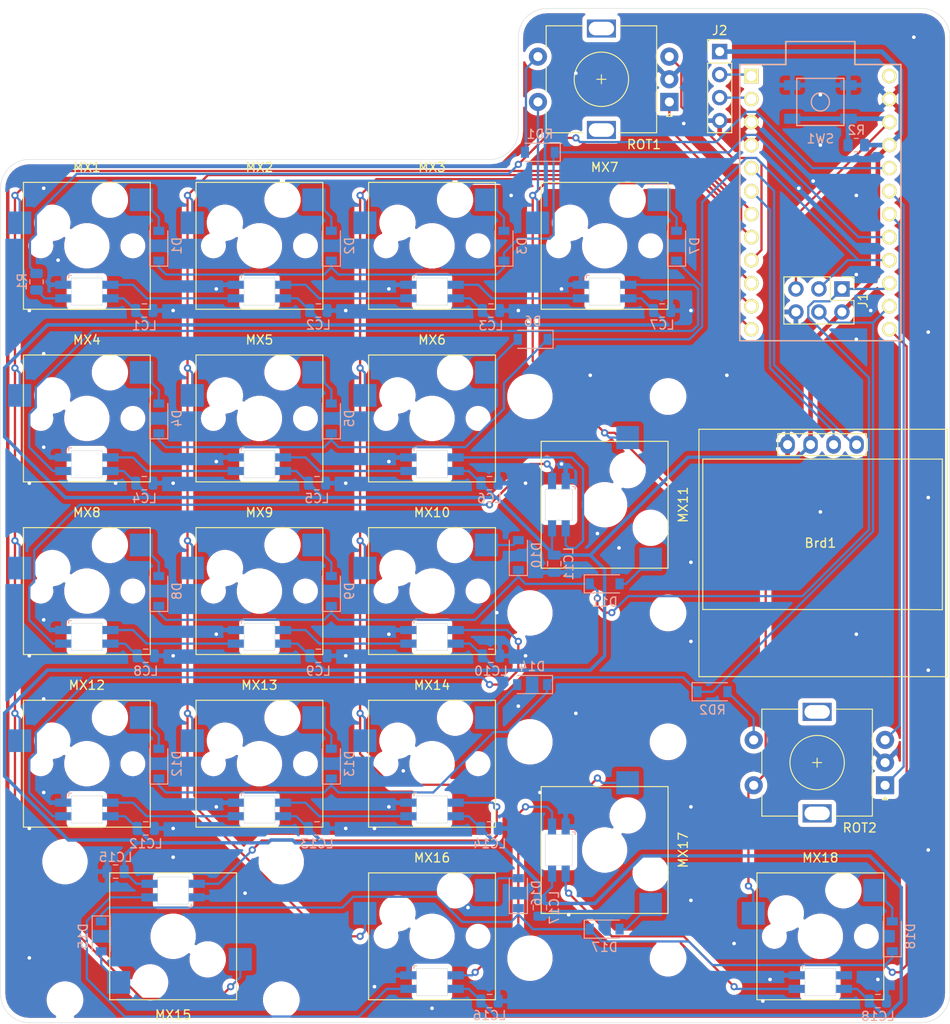
<source format=kicad_pcb>
(kicad_pcb (version 20171130) (host pcbnew "(5.1.10)-1")
  (layers (0 F.Cu signal) (31 B.Cu signal) (34 B.Paste user) (35 F.Paste user) (36 B.SilkS user) (37 F.SilkS user) (38 B.Mask user) (39 F.Mask user) (44 Edge.Cuts user))
  (net 0 "")
  (net 1 MISO)
  (net 2 MOSI)
  (net 3 GND)
  (net 4 COL3)
  (net 5 +5V)
  (net 6 COL2)
  (net 7 ENC_B1)
  (net 8 COL1)
  (net 9 ENC_B2)
  (net 10 COL0)
  (net 11 SCL)
  (net 12 ROW4)
  (net 13 SDA)
  (net 14 ROW1)
  (net 15 ROW0)
  (net 16 RST)
  (net 17 RX)
  (net 18 TX)
  (net 19 "Net-(MX1-Pad5)")
  (net 20 "Net-(MX1-Pad4)")
  (net 21 "Net-(D1-Pad2)")
  (net 22 "Net-(MX2-Pad5)")
  (net 23 "Net-(D2-Pad2)")
  (net 24 "Net-(D3-Pad2)")
  (net 25 "Net-(MX4-Pad5)")
  (net 26 "Net-(D4-Pad2)")
  (net 27 "Net-(MX5-Pad5)")
  (net 28 "Net-(D5-Pad2)")
  (net 29 "Net-(D6-Pad2)")
  (net 30 "Net-(D7-Pad2)")
  (net 31 "Net-(MX8-Pad5)")
  (net 32 "Net-(D8-Pad2)")
  (net 33 "Net-(D9-Pad2)")
  (net 34 "Net-(MX10-Pad4)")
  (net 35 "Net-(D10-Pad2)")
  (net 36 "Net-(D11-Pad2)")
  (net 37 "Net-(MX12-Pad5)")
  (net 38 "Net-(D12-Pad2)")
  (net 39 "Net-(MX13-Pad5)")
  (net 40 "Net-(D13-Pad2)")
  (net 41 "Net-(D14-Pad2)")
  (net 42 "Net-(MX15-Pad5)")
  (net 43 "Net-(D15-Pad2)")
  (net 44 "Net-(MX16-Pad5)")
  (net 45 "Net-(D16-Pad2)")
  (net 46 "Net-(MX17-Pad5)")
  (net 47 "Net-(D17-Pad2)")
  (net 48 "Net-(MX18-Pad5)")
  (net 49 "Net-(D18-Pad2)")
  (net 50 BKL_DATA_IN)
  (net 51 DOUT1)
  (net 52 DOUT2)
  (net 53 DOUT3)
  (net 54 DOUT4)
  (net 55 "Net-(RD1-Pad2)")
  (net 56 "Net-(RD2-Pad2)")
  (net 57 "Net-(U1-Pad24)")
  (net 58 ENC_A1)
  (net 59 ENC_A2)
  (net 60 DOUT0)
  (net 61 DOUT5)
  (module CherryMX_KailhSocket_StabWireBottom_LTST-A683CEGBW:CherryMX_2.00u_KailhSocket_StabWireBottom_LTST-A683CEGBW (layer F.Cu) (at 146.0408 155.5652 270)
    (fp_text reference MX17 (at 0 -8.6625 90) (layer F.SilkS))
    (fp_text value Enter)
    (fp_line (start -1.7 3.55) (end 1.7 3.55) (layer Edge.Cuts) (width 0.05))
    (fp_line (start 1.7 3.55) (end 1.7 6.55) (layer Edge.Cuts) (width 0.05))
    (fp_line (start 1.7 6.55) (end -1.7 6.55) (layer Edge.Cuts) (width 0.05))
    (fp_line (start -1.7 6.55) (end -1.7 3.55) (layer Edge.Cuts) (width 0.05))
    (pad 6 smd rect (at 2.6 5.8 270) (size 1.8 0.9) (layers B.Cu B.Paste B.Mask) (net 5 +5V))
    (pad 5 smd rect (at 2.6 4.3 270) (size 1.8 0.9) (layers B.Cu B.Paste B.Mask) (net 46 "Net-(MX17-Pad5)"))
    (pad 4 smd rect (at -2.6 5.8 270) (size 1.8 0.9) (layers B.Cu B.Paste B.Mask) (net 44 "Net-(MX16-Pad5)"))
    (pad 3 smd rect (at -2.6 4.3 270) (size 1.8 0.9) (layers B.Cu B.Paste B.Mask) (net 3 GND))
    (pad "" np_thru_hole circle (at 11.938 -7 270) (size 3.05 3.05) (drill 3.05) (layers *.Cu *.Mask))
    (pad "" np_thru_hole circle (at 11.938 8.24 270) (size 4 4) (drill 4) (layers *.Cu *.Mask))
    (pad "" np_thru_hole circle (at -11.938 8.24 270) (size 4 4) (drill 4) (layers *.Cu *.Mask))
    (pad "" np_thru_hole circle (at -11.938 -7 270) (size 3.05 3.05) (drill 3.05) (layers *.Cu *.Mask))
    (pad 2 smd rect (at 6.015 -5.08 270) (size 2.55 2.5) (layers B.Cu B.Paste B.Mask) (net 47 "Net-(D17-Pad2)"))
    (pad 1 smd rect (at -7.41 -2.54 270) (size 2.55 2.5) (layers B.Cu B.Paste B.Mask) (net 6 COL2))
    (pad "" np_thru_hole circle (at 2.54 -5.08 270) (size 3 3) (drill 3) (layers *.Cu *.Mask))
    (pad "" np_thru_hole circle (at -3.81 -2.54 270) (size 3 3) (drill 3) (layers *.Cu *.Mask))
    (pad "" np_thru_hole circle (at 0 0 270) (size 4 4) (drill 4) (layers *.Cu *.Mask))
  )
  (module CherryMX_KailhSocket_StabWireBottom_LTST-A683CEGBW:CherryMX_2.00u_KailhSocket_StabWireBottom_LTST-A683CEGBW (layer F.Cu) (at 146.0408 117.4676 270)
    (fp_text reference MX11 (at 0 -8.6625 90) (layer F.SilkS))
    (fp_text value +)
    (fp_line (start -1.7 3.55) (end 1.7 3.55) (layer Edge.Cuts) (width 0.05))
    (fp_line (start 1.7 3.55) (end 1.7 6.55) (layer Edge.Cuts) (width 0.05))
    (fp_line (start 1.7 6.55) (end -1.7 6.55) (layer Edge.Cuts) (width 0.05))
    (fp_line (start -1.7 6.55) (end -1.7 3.55) (layer Edge.Cuts) (width 0.05))
    (pad 6 smd rect (at 2.6 5.8 270) (size 1.8 0.9) (layers B.Cu B.Paste B.Mask) (net 5 +5V))
    (pad 5 smd rect (at 2.6 4.3 270) (size 1.8 0.9) (layers B.Cu B.Paste B.Mask) (net 52 DOUT2))
    (pad 4 smd rect (at -2.6 5.8 270) (size 1.8 0.9) (layers B.Cu B.Paste B.Mask) (net 53 DOUT3))
    (pad 3 smd rect (at -2.6 4.3 270) (size 1.8 0.9) (layers B.Cu B.Paste B.Mask) (net 3 GND))
    (pad "" np_thru_hole circle (at 11.938 -7 270) (size 3.05 3.05) (drill 3.05) (layers *.Cu *.Mask))
    (pad "" np_thru_hole circle (at 11.938 8.24 270) (size 4 4) (drill 4) (layers *.Cu *.Mask))
    (pad "" np_thru_hole circle (at -11.938 8.24 270) (size 4 4) (drill 4) (layers *.Cu *.Mask))
    (pad "" np_thru_hole circle (at -11.938 -7 270) (size 3.05 3.05) (drill 3.05) (layers *.Cu *.Mask))
    (pad 2 smd rect (at 6.015 -5.08 270) (size 2.55 2.5) (layers B.Cu B.Paste B.Mask) (net 36 "Net-(D11-Pad2)"))
    (pad 1 smd rect (at -7.41 -2.54 270) (size 2.55 2.5) (layers B.Cu B.Paste B.Mask) (net 4 COL3))
    (pad "" np_thru_hole circle (at 2.54 -5.08 270) (size 3 3) (drill 3) (layers *.Cu *.Mask))
    (pad "" np_thru_hole circle (at -3.81 -2.54 270) (size 3 3) (drill 3) (layers *.Cu *.Mask))
    (pad "" np_thru_hole circle (at 0 0 270) (size 4 4) (drill 4) (layers *.Cu *.Mask))
  )
  (module CherryMX_KailhSocket_StabWireBottom_LTST-A683CEGBW:CherryMX_2.00u_KailhSocket_StabWireBottom_LTST-A683CEGBW (layer F.Cu) (at 98.4188 165.0896 180)
    (fp_text reference MX15 (at 0 -8.6625) (layer F.SilkS))
    (fp_text value 0)
    (fp_line (start -1.7 3.55) (end 1.7 3.55) (layer Edge.Cuts) (width 0.05))
    (fp_line (start 1.7 3.55) (end 1.7 6.55) (layer Edge.Cuts) (width 0.05))
    (fp_line (start 1.7 6.55) (end -1.7 6.55) (layer Edge.Cuts) (width 0.05))
    (fp_line (start -1.7 6.55) (end -1.7 3.55) (layer Edge.Cuts) (width 0.05))
    (pad 6 smd rect (at 2.6 5.8 180) (size 1.8 0.9) (layers B.Cu B.Paste B.Mask) (net 5 +5V))
    (pad 5 smd rect (at 2.6 4.3 180) (size 1.8 0.9) (layers B.Cu B.Paste B.Mask) (net 42 "Net-(MX15-Pad5)"))
    (pad 4 smd rect (at -2.6 5.8 180) (size 1.8 0.9) (layers B.Cu B.Paste B.Mask) (net 61 DOUT5))
    (pad 3 smd rect (at -2.6 4.3 180) (size 1.8 0.9) (layers B.Cu B.Paste B.Mask) (net 3 GND))
    (pad "" np_thru_hole circle (at 11.938 -7 180) (size 3.05 3.05) (drill 3.05) (layers *.Cu *.Mask))
    (pad "" np_thru_hole circle (at 11.938 8.24 180) (size 4 4) (drill 4) (layers *.Cu *.Mask))
    (pad "" np_thru_hole circle (at -11.938 8.24 180) (size 4 4) (drill 4) (layers *.Cu *.Mask))
    (pad "" np_thru_hole circle (at -11.938 -7 180) (size 3.05 3.05) (drill 3.05) (layers *.Cu *.Mask))
    (pad 2 smd rect (at 6.015 -5.08 180) (size 2.55 2.5) (layers B.Cu B.Paste B.Mask) (net 43 "Net-(D15-Pad2)"))
    (pad 1 smd rect (at -7.41 -2.54 180) (size 2.55 2.5) (layers B.Cu B.Paste B.Mask) (net 10 COL0))
    (pad "" np_thru_hole circle (at 2.54 -5.08 180) (size 3 3) (drill 3) (layers *.Cu *.Mask))
    (pad "" np_thru_hole circle (at -3.81 -2.54 180) (size 3 3) (drill 3) (layers *.Cu *.Mask))
    (pad "" np_thru_hole circle (at 0 0 180) (size 4 4) (drill 4) (layers *.Cu *.Mask))
  )
  (module Diode_SMD:D_SOD-123 (layer B.Cu) (at 138.1038 99.2125 180)
    (fp_text reference D6 (at 0 2) (layer B.SilkS) (effects (justify mirror)))
    (fp_text value SOD-123)
    (pad 2 smd rect (at 1.65 0 180) (size 0.9 1.2) (layers B.Cu B.Paste B.Mask) (net 29 "Net-(D6-Pad2)"))
    (pad 1 smd rect (at -1.65 0 180) (size 0.9 1.2) (layers B.Cu B.Paste B.Mask) (net 14 ROW1))
  )
  (module promicro:ProMicro (layer F.Cu) (at 169.8518 84.1322 270)
    (fp_text reference U1 hide)
    (fp_text value ProMicro)
    (pad 24 thru_hole circle (at -13.97 -7.62 270) (size 1.6 1.6) (drill 1.1) (layers *.Cu *.Mask F.SilkS) (net 57 "Net-(U1-Pad24)"))
    (pad 23 thru_hole circle (at -11.43 -7.62 270) (size 1.6 1.6) (drill 1.1) (layers *.Cu *.Mask F.SilkS) (net 3 GND))
    (pad 22 thru_hole circle (at -8.89 -7.62 270) (size 1.6 1.6) (drill 1.1) (layers *.Cu *.Mask F.SilkS) (net 16 RST))
    (pad 21 thru_hole circle (at -6.35 -7.62 270) (size 1.6 1.6) (drill 1.1) (layers *.Cu *.Mask F.SilkS) (net 5 +5V))
    (pad 20 thru_hole circle (at -3.81 -7.62 270) (size 1.6 1.6) (drill 1.1) (layers *.Cu *.Mask F.SilkS) (net 50 BKL_DATA_IN))
    (pad 19 thru_hole circle (at -1.27 -7.62 270) (size 1.6 1.6) (drill 1.1) (layers *.Cu *.Mask F.SilkS) (net 59 ENC_A2))
    (pad 18 thru_hole circle (at 1.27 -7.62 270) (size 1.6 1.6) (drill 1.1) (layers *.Cu *.Mask F.SilkS) (net 9 ENC_B2))
    (pad 17 thru_hole circle (at 3.81 -7.62 270) (size 1.6 1.6) (drill 1.1) (layers *.Cu *.Mask F.SilkS) (net 15 ROW0))
    (pad 16 thru_hole circle (at 6.35 -7.62 270) (size 1.6 1.6) (drill 1.1) (layers *.Cu *.Mask F.SilkS) (net 14 ROW1))
    (pad 15 thru_hole circle (at 8.89 -7.62 270) (size 1.6 1.6) (drill 1.1) (layers *.Cu *.Mask F.SilkS) (net 1 MISO))
    (pad 14 thru_hole circle (at 11.43 -7.62 270) (size 1.6 1.6) (drill 1.1) (layers *.Cu *.Mask F.SilkS) (net 2 MOSI))
    (pad 13 thru_hole circle (at 13.97 -7.62 270) (size 1.6 1.6) (drill 1.1) (layers *.Cu *.Mask F.SilkS) (net 12 ROW4))
    (pad 12 thru_hole circle (at 13.97 7.62 270) (size 1.6 1.6) (drill 1.1) (layers *.Cu *.Mask F.SilkS) (net 4 COL3))
    (pad 11 thru_hole circle (at 11.43 7.62 270) (size 1.6 1.6) (drill 1.1) (layers *.Cu *.Mask F.SilkS) (net 6 COL2))
    (pad 10 thru_hole circle (at 8.89 7.62 270) (size 1.6 1.6) (drill 1.1) (layers *.Cu *.Mask F.SilkS) (net 8 COL1))
    (pad 9 thru_hole circle (at 6.35 7.62 270) (size 1.6 1.6) (drill 1.1) (layers *.Cu *.Mask F.SilkS) (net 7 ENC_B1))
    (pad 8 thru_hole circle (at 3.81 7.62 270) (size 1.6 1.6) (drill 1.1) (layers *.Cu *.Mask F.SilkS) (net 10 COL0))
    (pad 7 thru_hole circle (at 1.27 7.62 270) (size 1.6 1.6) (drill 1.1) (layers *.Cu *.Mask F.SilkS) (net 58 ENC_A1))
    (pad 6 thru_hole circle (at -1.27 7.62 270) (size 1.6 1.6) (drill 1.1) (layers *.Cu *.Mask F.SilkS) (net 11 SCL))
    (pad 5 thru_hole circle (at -3.81 7.62 270) (size 1.6 1.6) (drill 1.1) (layers *.Cu *.Mask F.SilkS) (net 13 SDA))
    (pad 4 thru_hole circle (at -6.35 7.62 270) (size 1.6 1.6) (drill 1.1) (layers *.Cu *.Mask F.SilkS) (net 3 GND))
    (pad 3 thru_hole circle (at -8.89 7.62 270) (size 1.6 1.6) (drill 1.1) (layers *.Cu *.Mask F.SilkS) (net 3 GND))
    (pad 2 thru_hole circle (at -11.43 7.62 270) (size 1.6 1.6) (drill 1.1) (layers *.Cu *.Mask F.SilkS) (net 17 RX))
    (pad 1 thru_hole rect (at -13.97 7.62 270) (size 1.6 1.6) (drill 1.1) (layers *.Cu *.Mask F.SilkS) (net 18 TX))
  )
  (module CherryMX_PCB_KailhSocket_LTST-A683CEGBW:CherryMX_1.00u_PCB_KailhSocket_LTST-A683CEGBW (layer F.Cu) (at 169.8518 165.0896)
    (fp_text reference MX18 (at 0 -8.6625) (layer F.SilkS))
    (fp_text value Backspace)
    (fp_line (start -1.7 3.55) (end 1.7 3.55) (layer Edge.Cuts) (width 0.05))
    (fp_line (start 1.7 3.55) (end 1.7 6.55) (layer Edge.Cuts) (width 0.05))
    (fp_line (start 1.7 6.55) (end -1.7 6.55) (layer Edge.Cuts) (width 0.05))
    (fp_line (start -1.7 6.55) (end -1.7 3.55) (layer Edge.Cuts) (width 0.05))
    (pad 6 smd rect (at 2.6 5.8) (size 1.8 0.9) (layers B.Cu B.Paste B.Mask) (net 5 +5V))
    (pad 5 smd rect (at 2.6 4.3) (size 1.8 0.9) (layers B.Cu B.Paste B.Mask) (net 48 "Net-(MX18-Pad5)"))
    (pad 4 smd rect (at -2.6 5.8) (size 1.8 0.9) (layers B.Cu B.Paste B.Mask) (net 46 "Net-(MX17-Pad5)"))
    (pad 3 smd rect (at -2.6 4.3) (size 1.8 0.9) (layers B.Cu B.Paste B.Mask) (net 3 GND))
    (pad 2 smd rect (at 6.015 -5.08) (size 2.55 2.5) (layers B.Cu B.Paste B.Mask) (net 49 "Net-(D18-Pad2)"))
    (pad 1 smd rect (at -7.41 -2.54) (size 2.55 2.5) (layers B.Cu B.Paste B.Mask) (net 4 COL3))
    (pad "" np_thru_hole circle (at 2.54 -5.08) (size 3 3) (drill 3) (layers *.Cu *.Mask))
    (pad "" np_thru_hole circle (at -3.81 -2.54) (size 3 3) (drill 3) (layers *.Cu *.Mask))
    (pad "" np_thru_hole circle (at 5.08 0) (size 1.75 1.75) (drill 1.75) (layers *.Cu *.Mask))
    (pad "" np_thru_hole circle (at -5.08 0) (size 1.75 1.75) (drill 1.75) (layers *.Cu *.Mask))
    (pad "" np_thru_hole circle (at 0 0) (size 4 4) (drill 4) (layers *.Cu *.Mask))
  )
  (module CherryMX_PCB_KailhSocket_LTST-A683CEGBW:CherryMX_1.00u_PCB_KailhSocket_LTST-A683CEGBW (layer F.Cu) (at 126.992 165.0896)
    (fp_text reference MX16 (at 0 -8.6625) (layer F.SilkS))
    (fp_text value .)
    (fp_line (start -1.7 3.55) (end 1.7 3.55) (layer Edge.Cuts) (width 0.05))
    (fp_line (start 1.7 3.55) (end 1.7 6.55) (layer Edge.Cuts) (width 0.05))
    (fp_line (start 1.7 6.55) (end -1.7 6.55) (layer Edge.Cuts) (width 0.05))
    (fp_line (start -1.7 6.55) (end -1.7 3.55) (layer Edge.Cuts) (width 0.05))
    (pad 6 smd rect (at 2.6 5.8) (size 1.8 0.9) (layers B.Cu B.Paste B.Mask) (net 5 +5V))
    (pad 5 smd rect (at 2.6 4.3) (size 1.8 0.9) (layers B.Cu B.Paste B.Mask) (net 44 "Net-(MX16-Pad5)"))
    (pad 4 smd rect (at -2.6 5.8) (size 1.8 0.9) (layers B.Cu B.Paste B.Mask) (net 42 "Net-(MX15-Pad5)"))
    (pad 3 smd rect (at -2.6 4.3) (size 1.8 0.9) (layers B.Cu B.Paste B.Mask) (net 3 GND))
    (pad 2 smd rect (at 6.015 -5.08) (size 2.55 2.5) (layers B.Cu B.Paste B.Mask) (net 45 "Net-(D16-Pad2)"))
    (pad 1 smd rect (at -7.41 -2.54) (size 2.55 2.5) (layers B.Cu B.Paste B.Mask) (net 8 COL1))
    (pad "" np_thru_hole circle (at 2.54 -5.08) (size 3 3) (drill 3) (layers *.Cu *.Mask))
    (pad "" np_thru_hole circle (at -3.81 -2.54) (size 3 3) (drill 3) (layers *.Cu *.Mask))
    (pad "" np_thru_hole circle (at 5.08 0) (size 1.75 1.75) (drill 1.75) (layers *.Cu *.Mask))
    (pad "" np_thru_hole circle (at -5.08 0) (size 1.75 1.75) (drill 1.75) (layers *.Cu *.Mask))
    (pad "" np_thru_hole circle (at 0 0) (size 4 4) (drill 4) (layers *.Cu *.Mask))
  )
  (module CherryMX_PCB_KailhSocket_LTST-A683CEGBW:CherryMX_1.00u_PCB_KailhSocket_LTST-A683CEGBW (layer F.Cu) (at 126.992 126.992)
    (fp_text reference MX10 (at 0 -8.6625) (layer F.SilkS))
    (fp_text value 6)
    (fp_line (start -1.7 3.55) (end 1.7 3.55) (layer Edge.Cuts) (width 0.05))
    (fp_line (start 1.7 3.55) (end 1.7 6.55) (layer Edge.Cuts) (width 0.05))
    (fp_line (start 1.7 6.55) (end -1.7 6.55) (layer Edge.Cuts) (width 0.05))
    (fp_line (start -1.7 6.55) (end -1.7 3.55) (layer Edge.Cuts) (width 0.05))
    (pad 6 smd rect (at 2.6 5.8) (size 1.8 0.9) (layers B.Cu B.Paste B.Mask) (net 5 +5V))
    (pad 5 smd rect (at 2.6 4.3) (size 1.8 0.9) (layers B.Cu B.Paste B.Mask) (net 54 DOUT4))
    (pad 4 smd rect (at -2.6 5.8) (size 1.8 0.9) (layers B.Cu B.Paste B.Mask) (net 34 "Net-(MX10-Pad4)"))
    (pad 3 smd rect (at -2.6 4.3) (size 1.8 0.9) (layers B.Cu B.Paste B.Mask) (net 3 GND))
    (pad 2 smd rect (at 6.015 -5.08) (size 2.55 2.5) (layers B.Cu B.Paste B.Mask) (net 35 "Net-(D10-Pad2)"))
    (pad 1 smd rect (at -7.41 -2.54) (size 2.55 2.5) (layers B.Cu B.Paste B.Mask) (net 6 COL2))
    (pad "" np_thru_hole circle (at 2.54 -5.08) (size 3 3) (drill 3) (layers *.Cu *.Mask))
    (pad "" np_thru_hole circle (at -3.81 -2.54) (size 3 3) (drill 3) (layers *.Cu *.Mask))
    (pad "" np_thru_hole circle (at 5.08 0) (size 1.75 1.75) (drill 1.75) (layers *.Cu *.Mask))
    (pad "" np_thru_hole circle (at -5.08 0) (size 1.75 1.75) (drill 1.75) (layers *.Cu *.Mask))
    (pad "" np_thru_hole circle (at 0 0) (size 4 4) (drill 4) (layers *.Cu *.Mask))
  )
  (module CherryMX_PCB_KailhSocket_LTST-A683CEGBW:CherryMX_1.00u_PCB_KailhSocket_LTST-A683CEGBW (layer F.Cu) (at 107.9432 126.992)
    (fp_text reference MX9 (at 0 -8.6625) (layer F.SilkS))
    (fp_text value 5)
    (fp_line (start -1.7 3.55) (end 1.7 3.55) (layer Edge.Cuts) (width 0.05))
    (fp_line (start 1.7 3.55) (end 1.7 6.55) (layer Edge.Cuts) (width 0.05))
    (fp_line (start 1.7 6.55) (end -1.7 6.55) (layer Edge.Cuts) (width 0.05))
    (fp_line (start -1.7 6.55) (end -1.7 3.55) (layer Edge.Cuts) (width 0.05))
    (pad 6 smd rect (at 2.6 5.8) (size 1.8 0.9) (layers B.Cu B.Paste B.Mask) (net 5 +5V))
    (pad 5 smd rect (at 2.6 4.3) (size 1.8 0.9) (layers B.Cu B.Paste B.Mask) (net 34 "Net-(MX10-Pad4)"))
    (pad 4 smd rect (at -2.6 5.8) (size 1.8 0.9) (layers B.Cu B.Paste B.Mask) (net 31 "Net-(MX8-Pad5)"))
    (pad 3 smd rect (at -2.6 4.3) (size 1.8 0.9) (layers B.Cu B.Paste B.Mask) (net 3 GND))
    (pad 2 smd rect (at 6.015 -5.08) (size 2.55 2.5) (layers B.Cu B.Paste B.Mask) (net 33 "Net-(D9-Pad2)"))
    (pad 1 smd rect (at -7.41 -2.54) (size 2.55 2.5) (layers B.Cu B.Paste B.Mask) (net 8 COL1))
    (pad "" np_thru_hole circle (at 2.54 -5.08) (size 3 3) (drill 3) (layers *.Cu *.Mask))
    (pad "" np_thru_hole circle (at -3.81 -2.54) (size 3 3) (drill 3) (layers *.Cu *.Mask))
    (pad "" np_thru_hole circle (at 5.08 0) (size 1.75 1.75) (drill 1.75) (layers *.Cu *.Mask))
    (pad "" np_thru_hole circle (at -5.08 0) (size 1.75 1.75) (drill 1.75) (layers *.Cu *.Mask))
    (pad "" np_thru_hole circle (at 0 0) (size 4 4) (drill 4) (layers *.Cu *.Mask))
  )
  (module CherryMX_PCB_KailhSocket_LTST-A683CEGBW:CherryMX_1.00u_PCB_KailhSocket_LTST-A683CEGBW (layer F.Cu) (at 88.8944 126.992)
    (fp_text reference MX8 (at 0 -8.6625) (layer F.SilkS))
    (fp_text value 4)
    (fp_line (start -1.7 3.55) (end 1.7 3.55) (layer Edge.Cuts) (width 0.05))
    (fp_line (start 1.7 3.55) (end 1.7 6.55) (layer Edge.Cuts) (width 0.05))
    (fp_line (start 1.7 6.55) (end -1.7 6.55) (layer Edge.Cuts) (width 0.05))
    (fp_line (start -1.7 6.55) (end -1.7 3.55) (layer Edge.Cuts) (width 0.05))
    (pad 6 smd rect (at 2.6 5.8) (size 1.8 0.9) (layers B.Cu B.Paste B.Mask) (net 5 +5V))
    (pad 5 smd rect (at 2.6 4.3) (size 1.8 0.9) (layers B.Cu B.Paste B.Mask) (net 31 "Net-(MX8-Pad5)"))
    (pad 4 smd rect (at -2.6 5.8) (size 1.8 0.9) (layers B.Cu B.Paste B.Mask) (net 53 DOUT3))
    (pad 3 smd rect (at -2.6 4.3) (size 1.8 0.9) (layers B.Cu B.Paste B.Mask) (net 3 GND))
    (pad 2 smd rect (at 6.015 -5.08) (size 2.55 2.5) (layers B.Cu B.Paste B.Mask) (net 32 "Net-(D8-Pad2)"))
    (pad 1 smd rect (at -7.41 -2.54) (size 2.55 2.5) (layers B.Cu B.Paste B.Mask) (net 10 COL0))
    (pad "" np_thru_hole circle (at 2.54 -5.08) (size 3 3) (drill 3) (layers *.Cu *.Mask))
    (pad "" np_thru_hole circle (at -3.81 -2.54) (size 3 3) (drill 3) (layers *.Cu *.Mask))
    (pad "" np_thru_hole circle (at 5.08 0) (size 1.75 1.75) (drill 1.75) (layers *.Cu *.Mask))
    (pad "" np_thru_hole circle (at -5.08 0) (size 1.75 1.75) (drill 1.75) (layers *.Cu *.Mask))
    (pad "" np_thru_hole circle (at 0 0) (size 4 4) (drill 4) (layers *.Cu *.Mask))
  )
  (module CherryMX_PCB_KailhSocket_LTST-A683CEGBW:CherryMX_1.00u_PCB_KailhSocket_LTST-A683CEGBW (layer F.Cu) (at 146.0408 88.8944)
    (fp_text reference MX7 (at 0 -8.6625) (layer F.SilkS))
    (fp_text value -)
    (fp_line (start -1.7 3.55) (end 1.7 3.55) (layer Edge.Cuts) (width 0.05))
    (fp_line (start 1.7 3.55) (end 1.7 6.55) (layer Edge.Cuts) (width 0.05))
    (fp_line (start 1.7 6.55) (end -1.7 6.55) (layer Edge.Cuts) (width 0.05))
    (fp_line (start -1.7 6.55) (end -1.7 3.55) (layer Edge.Cuts) (width 0.05))
    (pad 6 smd rect (at 2.6 5.8) (size 1.8 0.9) (layers B.Cu B.Paste B.Mask) (net 5 +5V))
    (pad 5 smd rect (at 2.6 4.3) (size 1.8 0.9) (layers B.Cu B.Paste B.Mask) (net 51 DOUT1))
    (pad 4 smd rect (at -2.6 5.8) (size 1.8 0.9) (layers B.Cu B.Paste B.Mask) (net 60 DOUT0))
    (pad 3 smd rect (at -2.6 4.3) (size 1.8 0.9) (layers B.Cu B.Paste B.Mask) (net 3 GND))
    (pad 2 smd rect (at 6.015 -5.08) (size 2.55 2.5) (layers B.Cu B.Paste B.Mask) (net 30 "Net-(D7-Pad2)"))
    (pad 1 smd rect (at -7.41 -2.54) (size 2.55 2.5) (layers B.Cu B.Paste B.Mask) (net 4 COL3))
    (pad "" np_thru_hole circle (at 2.54 -5.08) (size 3 3) (drill 3) (layers *.Cu *.Mask))
    (pad "" np_thru_hole circle (at -3.81 -2.54) (size 3 3) (drill 3) (layers *.Cu *.Mask))
    (pad "" np_thru_hole circle (at 5.08 0) (size 1.75 1.75) (drill 1.75) (layers *.Cu *.Mask))
    (pad "" np_thru_hole circle (at -5.08 0) (size 1.75 1.75) (drill 1.75) (layers *.Cu *.Mask))
    (pad "" np_thru_hole circle (at 0 0) (size 4 4) (drill 4) (layers *.Cu *.Mask))
  )
  (module CherryMX_PCB_KailhSocket_LTST-A683CEGBW:CherryMX_1.00u_PCB_KailhSocket_LTST-A683CEGBW (layer F.Cu) (at 126.992 88.8944)
    (fp_text reference MX3 (at 0 -8.6625) (layer F.SilkS))
    (fp_text value *)
    (fp_line (start -1.7 3.55) (end 1.7 3.55) (layer Edge.Cuts) (width 0.05))
    (fp_line (start 1.7 3.55) (end 1.7 6.55) (layer Edge.Cuts) (width 0.05))
    (fp_line (start 1.7 6.55) (end -1.7 6.55) (layer Edge.Cuts) (width 0.05))
    (fp_line (start -1.7 6.55) (end -1.7 3.55) (layer Edge.Cuts) (width 0.05))
    (pad 6 smd rect (at 2.6 5.8) (size 1.8 0.9) (layers B.Cu B.Paste B.Mask) (net 5 +5V))
    (pad 5 smd rect (at 2.6 4.3) (size 1.8 0.9) (layers B.Cu B.Paste B.Mask) (net 60 DOUT0))
    (pad 4 smd rect (at -2.6 5.8) (size 1.8 0.9) (layers B.Cu B.Paste B.Mask) (net 22 "Net-(MX2-Pad5)"))
    (pad 3 smd rect (at -2.6 4.3) (size 1.8 0.9) (layers B.Cu B.Paste B.Mask) (net 3 GND))
    (pad 2 smd rect (at 6.015 -5.08) (size 2.55 2.5) (layers B.Cu B.Paste B.Mask) (net 24 "Net-(D3-Pad2)"))
    (pad 1 smd rect (at -7.41 -2.54) (size 2.55 2.5) (layers B.Cu B.Paste B.Mask) (net 6 COL2))
    (pad "" np_thru_hole circle (at 2.54 -5.08) (size 3 3) (drill 3) (layers *.Cu *.Mask))
    (pad "" np_thru_hole circle (at -3.81 -2.54) (size 3 3) (drill 3) (layers *.Cu *.Mask))
    (pad "" np_thru_hole circle (at 5.08 0) (size 1.75 1.75) (drill 1.75) (layers *.Cu *.Mask))
    (pad "" np_thru_hole circle (at -5.08 0) (size 1.75 1.75) (drill 1.75) (layers *.Cu *.Mask))
    (pad "" np_thru_hole circle (at 0 0) (size 4 4) (drill 4) (layers *.Cu *.Mask))
  )
  (module CherryMX_PCB_KailhSocket_LTST-A683CEGBW:CherryMX_1.00u_PCB_KailhSocket_LTST-A683CEGBW (layer F.Cu) (at 107.9432 88.8944)
    (fp_text reference MX2 (at 0 -8.6625) (layer F.SilkS))
    (fp_text value /)
    (fp_line (start -1.7 3.55) (end 1.7 3.55) (layer Edge.Cuts) (width 0.05))
    (fp_line (start 1.7 3.55) (end 1.7 6.55) (layer Edge.Cuts) (width 0.05))
    (fp_line (start 1.7 6.55) (end -1.7 6.55) (layer Edge.Cuts) (width 0.05))
    (fp_line (start -1.7 6.55) (end -1.7 3.55) (layer Edge.Cuts) (width 0.05))
    (pad 6 smd rect (at 2.6 5.8) (size 1.8 0.9) (layers B.Cu B.Paste B.Mask) (net 5 +5V))
    (pad 5 smd rect (at 2.6 4.3) (size 1.8 0.9) (layers B.Cu B.Paste B.Mask) (net 22 "Net-(MX2-Pad5)"))
    (pad 4 smd rect (at -2.6 5.8) (size 1.8 0.9) (layers B.Cu B.Paste B.Mask) (net 19 "Net-(MX1-Pad5)"))
    (pad 3 smd rect (at -2.6 4.3) (size 1.8 0.9) (layers B.Cu B.Paste B.Mask) (net 3 GND))
    (pad 2 smd rect (at 6.015 -5.08) (size 2.55 2.5) (layers B.Cu B.Paste B.Mask) (net 23 "Net-(D2-Pad2)"))
    (pad 1 smd rect (at -7.41 -2.54) (size 2.55 2.5) (layers B.Cu B.Paste B.Mask) (net 8 COL1))
    (pad "" np_thru_hole circle (at 2.54 -5.08) (size 3 3) (drill 3) (layers *.Cu *.Mask))
    (pad "" np_thru_hole circle (at -3.81 -2.54) (size 3 3) (drill 3) (layers *.Cu *.Mask))
    (pad "" np_thru_hole circle (at 5.08 0) (size 1.75 1.75) (drill 1.75) (layers *.Cu *.Mask))
    (pad "" np_thru_hole circle (at -5.08 0) (size 1.75 1.75) (drill 1.75) (layers *.Cu *.Mask))
    (pad "" np_thru_hole circle (at 0 0) (size 4 4) (drill 4) (layers *.Cu *.Mask))
  )
  (module CherryMX_PCB_KailhSocket_LTST-A683CEGBW:CherryMX_1.00u_PCB_KailhSocket_LTST-A683CEGBW (layer F.Cu) (at 88.8944 88.8944)
    (fp_text reference MX1 (at 0 -8.6625) (layer F.SilkS))
    (fp_text value NUM_LOCK)
    (fp_line (start -1.7 3.55) (end 1.7 3.55) (layer Edge.Cuts) (width 0.05))
    (fp_line (start 1.7 3.55) (end 1.7 6.55) (layer Edge.Cuts) (width 0.05))
    (fp_line (start 1.7 6.55) (end -1.7 6.55) (layer Edge.Cuts) (width 0.05))
    (fp_line (start -1.7 6.55) (end -1.7 3.55) (layer Edge.Cuts) (width 0.05))
    (pad 6 smd rect (at 2.6 5.8) (size 1.8 0.9) (layers B.Cu B.Paste B.Mask) (net 5 +5V))
    (pad 5 smd rect (at 2.6 4.3) (size 1.8 0.9) (layers B.Cu B.Paste B.Mask) (net 19 "Net-(MX1-Pad5)"))
    (pad 4 smd rect (at -2.6 5.8) (size 1.8 0.9) (layers B.Cu B.Paste B.Mask) (net 20 "Net-(MX1-Pad4)"))
    (pad 3 smd rect (at -2.6 4.3) (size 1.8 0.9) (layers B.Cu B.Paste B.Mask) (net 3 GND))
    (pad 2 smd rect (at 6.015 -5.08) (size 2.55 2.5) (layers B.Cu B.Paste B.Mask) (net 21 "Net-(D1-Pad2)"))
    (pad 1 smd rect (at -7.41 -2.54) (size 2.55 2.5) (layers B.Cu B.Paste B.Mask) (net 10 COL0))
    (pad "" np_thru_hole circle (at 2.54 -5.08) (size 3 3) (drill 3) (layers *.Cu *.Mask))
    (pad "" np_thru_hole circle (at -3.81 -2.54) (size 3 3) (drill 3) (layers *.Cu *.Mask))
    (pad "" np_thru_hole circle (at 5.08 0) (size 1.75 1.75) (drill 1.75) (layers *.Cu *.Mask))
    (pad "" np_thru_hole circle (at -5.08 0) (size 1.75 1.75) (drill 1.75) (layers *.Cu *.Mask))
    (pad "" np_thru_hole circle (at 0 0) (size 4 4) (drill 4) (layers *.Cu *.Mask))
  )
  (module Diode_SMD:D_SOD-123 (layer B.Cu) (at 157.9463 138.1038)
    (fp_text reference RD2 (at 0 2 180) (layer B.SilkS) (effects (justify mirror)))
    (fp_text value SOD-123)
    (pad 2 smd rect (at 1.65 0) (size 0.9 1.2) (layers B.Cu B.Paste B.Mask) (net 56 "Net-(RD2-Pad2)"))
    (pad 1 smd rect (at -1.65 0) (size 0.9 1.2) (layers B.Cu B.Paste B.Mask) (net 2 MOSI))
  )
  (module Diode_SMD:D_SOD-123 (layer B.Cu) (at 138.8975 78.5763 180)
    (fp_text reference RD1 (at 0 2 180) (layer B.SilkS) (effects (justify mirror)))
    (fp_text value SOD-123)
    (pad 2 smd rect (at 1.65 0 180) (size 0.9 1.2) (layers B.Cu B.Paste B.Mask) (net 55 "Net-(RD1-Pad2)"))
    (pad 1 smd rect (at -1.65 0 180) (size 0.9 1.2) (layers B.Cu B.Paste B.Mask) (net 15 ROW0))
  )
  (module Capacitor_SMD:C_0805_2012Metric (layer B.Cu) (at 140.4849 123.9735 270)
    (fp_text reference LC11 (at 0 -1.5874 90) (layer B.SilkS) (effects (justify mirror)))
    (fp_text value 10uF)
    (pad 2 smd roundrect (at 0.95 0 270) (size 1 1.45) (layers B.Cu B.Paste B.Mask) (net 3 GND))
    (pad 1 smd roundrect (at -0.95 0 270) (size 1 1.45) (layers B.Cu B.Paste B.Mask) (net 5 +5V))
  )
  (module Diode_SMD:D_SOD-123 (layer B.Cu) (at 146.0408 126.1983)
    (fp_text reference D11 (at 0 2) (layer B.SilkS) (effects (justify mirror)))
    (fp_text value SOD-123)
    (pad 2 smd rect (at 1.65 0) (size 0.9 1.2) (layers B.Cu B.Paste B.Mask) (net 36 "Net-(D11-Pad2)"))
    (pad 1 smd rect (at -1.65 0) (size 0.9 1.2) (layers B.Cu B.Paste B.Mask) (net 1 MISO))
  )
  (module CherryMX_PCB_KailhSocket_LTST-A683CEGBW:CherryMX_1.00u_PCB_KailhSocket_LTST-A683CEGBW (layer F.Cu) (at 88.8944 107.9432)
    (fp_text reference MX4 (at 0 -8.6625) (layer F.SilkS))
    (fp_text value 7)
    (fp_line (start -1.7 3.55) (end 1.7 3.55) (layer Edge.Cuts) (width 0.05))
    (fp_line (start 1.7 3.55) (end 1.7 6.55) (layer Edge.Cuts) (width 0.05))
    (fp_line (start 1.7 6.55) (end -1.7 6.55) (layer Edge.Cuts) (width 0.05))
    (fp_line (start -1.7 6.55) (end -1.7 3.55) (layer Edge.Cuts) (width 0.05))
    (pad 6 smd rect (at 2.6 5.8) (size 1.8 0.9) (layers B.Cu B.Paste B.Mask) (net 5 +5V))
    (pad 5 smd rect (at 2.6 4.3) (size 1.8 0.9) (layers B.Cu B.Paste B.Mask) (net 25 "Net-(MX4-Pad5)"))
    (pad 4 smd rect (at -2.6 5.8) (size 1.8 0.9) (layers B.Cu B.Paste B.Mask) (net 51 DOUT1))
    (pad 3 smd rect (at -2.6 4.3) (size 1.8 0.9) (layers B.Cu B.Paste B.Mask) (net 3 GND))
    (pad 2 smd rect (at 6.015 -5.08) (size 2.55 2.5) (layers B.Cu B.Paste B.Mask) (net 26 "Net-(D4-Pad2)"))
    (pad 1 smd rect (at -7.41 -2.54) (size 2.55 2.5) (layers B.Cu B.Paste B.Mask) (net 10 COL0))
    (pad "" np_thru_hole circle (at 2.54 -5.08) (size 3 3) (drill 3) (layers *.Cu *.Mask))
    (pad "" np_thru_hole circle (at -3.81 -2.54) (size 3 3) (drill 3) (layers *.Cu *.Mask))
    (pad "" np_thru_hole circle (at 5.08 0) (size 1.75 1.75) (drill 1.75) (layers *.Cu *.Mask))
    (pad "" np_thru_hole circle (at -5.08 0) (size 1.75 1.75) (drill 1.75) (layers *.Cu *.Mask))
    (pad "" np_thru_hole circle (at 0 0) (size 4 4) (drill 4) (layers *.Cu *.Mask))
  )
  (module Capacitor_SMD:C_0805_2012Metric (layer B.Cu) (at 133.3416 172.2329)
    (fp_text reference LC16 (at 0 1.5874) (layer B.SilkS) (effects (justify mirror)))
    (fp_text value 10uF)
    (pad 2 smd roundrect (at 0.95 0) (size 1 1.45) (layers B.Cu B.Paste B.Mask) (net 3 GND))
    (pad 1 smd roundrect (at -0.95 0) (size 1 1.45) (layers B.Cu B.Paste B.Mask) (net 5 +5V))
  )
  (module Diode_SMD:D_SOD-123 (layer B.Cu) (at 136.5164 160.3274 90)
    (fp_text reference D16 (at 0 2 90) (layer B.SilkS) (effects (justify mirror)))
    (fp_text value SOD-123)
    (pad 2 smd rect (at 1.65 0 90) (size 0.9 1.2) (layers B.Cu B.Paste B.Mask) (net 45 "Net-(D16-Pad2)"))
    (pad 1 smd rect (at -1.65 0 90) (size 0.9 1.2) (layers B.Cu B.Paste B.Mask) (net 12 ROW4))
  )
  (module Capacitor_SMD:C_0805_2012Metric (layer B.Cu) (at 176.2014 172.2329)
    (fp_text reference LC18 (at 0 1.68) (layer B.SilkS) (effects (justify mirror)))
    (fp_text value 10uF)
    (pad 2 smd roundrect (at 0.95 0) (size 1 1.45) (layers B.Cu B.Paste B.Mask) (net 3 GND))
    (pad 1 smd roundrect (at -0.95 0) (size 1 1.45) (layers B.Cu B.Paste B.Mask) (net 5 +5V))
  )
  (module Diode_SMD:D_SOD-123 (layer B.Cu) (at 177.7888 165.0896 90)
    (fp_text reference D18 (at 0 2 90) (layer B.SilkS) (effects (justify mirror)))
    (fp_text value SOD-123)
    (pad 2 smd rect (at 1.65 0 90) (size 0.9 1.2) (layers B.Cu B.Paste B.Mask) (net 49 "Net-(D18-Pad2)"))
    (pad 1 smd rect (at -1.65 0 90) (size 0.9 1.2) (layers B.Cu B.Paste B.Mask) (net 12 ROW4))
  )
  (module Capacitor_SMD:C_0805_2012Metric (layer B.Cu) (at 138.8975 161.9148 270)
    (fp_text reference LC17 (at 0 -1.5874 90) (layer B.SilkS) (effects (justify mirror)))
    (fp_text value 10uF)
    (pad 2 smd roundrect (at 0.95 0 270) (size 1 1.45) (layers B.Cu B.Paste B.Mask) (net 3 GND))
    (pad 1 smd roundrect (at -0.95 0 270) (size 1 1.45) (layers B.Cu B.Paste B.Mask) (net 5 +5V))
  )
  (module Capacitor_SMD:C_0805_2012Metric (layer B.Cu) (at 133.4979 134.1353)
    (fp_text reference LC10 (at 0 1.68) (layer B.SilkS) (effects (justify mirror)))
    (fp_text value 10uF)
    (pad 2 smd roundrect (at 0.95 0) (size 1 1.45) (layers B.Cu B.Paste B.Mask) (net 3 GND))
    (pad 1 smd roundrect (at -0.95 0) (size 1 1.45) (layers B.Cu B.Paste B.Mask) (net 5 +5V))
  )
  (module Capacitor_SMD:C_0805_2012Metric (layer B.Cu) (at 114.4491 134.1353)
    (fp_text reference LC9 (at 0 1.68) (layer B.SilkS) (effects (justify mirror)))
    (fp_text value 10uF)
    (pad 2 smd roundrect (at 0.95 0) (size 1 1.45) (layers B.Cu B.Paste B.Mask) (net 3 GND))
    (pad 1 smd roundrect (at -0.95 0) (size 1 1.45) (layers B.Cu B.Paste B.Mask) (net 5 +5V))
  )
  (module Capacitor_SMD:C_0805_2012Metric (layer B.Cu) (at 95.244 115.0865)
    (fp_text reference LC4 (at 0 1.68) (layer B.SilkS) (effects (justify mirror)))
    (fp_text value 10uF)
    (pad 2 smd roundrect (at 0.95 0) (size 1 1.45) (layers B.Cu B.Paste B.Mask) (net 3 GND))
    (pad 1 smd roundrect (at -0.95 0) (size 1 1.45) (layers B.Cu B.Paste B.Mask) (net 5 +5V))
  )
  (module Capacitor_SMD:C_0805_2012Metric (layer B.Cu) (at 133.4979 96.0377)
    (fp_text reference LC3 (at 0 1.68) (layer B.SilkS) (effects (justify mirror)))
    (fp_text value 10uF)
    (pad 2 smd roundrect (at 0.95 0) (size 1 1.45) (layers B.Cu B.Paste B.Mask) (net 3 GND))
    (pad 1 smd roundrect (at -0.95 0) (size 1 1.45) (layers B.Cu B.Paste B.Mask) (net 5 +5V))
  )
  (module Capacitor_SMD:C_0805_2012Metric (layer B.Cu) (at 114.4491 96.0377)
    (fp_text reference LC2 (at 0 1.5874) (layer B.SilkS) (effects (justify mirror)))
    (fp_text value 10uF)
    (pad 2 smd roundrect (at 0.95 0) (size 1 1.45) (layers B.Cu B.Paste B.Mask) (net 3 GND))
    (pad 1 smd roundrect (at -0.95 0) (size 1 1.45) (layers B.Cu B.Paste B.Mask) (net 5 +5V))
  )
  (module Diode_SMD:D_SOD-123 (layer B.Cu) (at 146.0408 164.2959)
    (fp_text reference D17 (at 0 2) (layer B.SilkS) (effects (justify mirror)))
    (fp_text value SOD-123)
    (pad 2 smd rect (at 1.65 0) (size 0.9 1.2) (layers B.Cu B.Paste B.Mask) (net 47 "Net-(D17-Pad2)"))
    (pad 1 smd rect (at -1.65 0) (size 0.9 1.2) (layers B.Cu B.Paste B.Mask) (net 12 ROW4))
  )
  (module Diode_SMD:D_SOD-123 (layer B.Cu) (at 136.5164 123.0235 90)
    (fp_text reference D10 (at 0 2 90) (layer B.SilkS) (effects (justify mirror)))
    (fp_text value SOD-123)
    (pad 2 smd rect (at 1.65 0 90) (size 0.9 1.2) (layers B.Cu B.Paste B.Mask) (net 35 "Net-(D10-Pad2)"))
    (pad 1 smd rect (at -1.65 0 90) (size 0.9 1.2) (layers B.Cu B.Paste B.Mask) (net 1 MISO))
  )
  (module Diode_SMD:D_SOD-123 (layer B.Cu) (at 115.8802 126.992 90)
    (fp_text reference D9 (at 0 2 90) (layer B.SilkS) (effects (justify mirror)))
    (fp_text value SOD-123)
    (pad 2 smd rect (at 1.65 0 90) (size 0.9 1.2) (layers B.Cu B.Paste B.Mask) (net 33 "Net-(D9-Pad2)"))
    (pad 1 smd rect (at -1.65 0 90) (size 0.9 1.2) (layers B.Cu B.Paste B.Mask) (net 1 MISO))
  )
  (module Diode_SMD:D_SOD-123 (layer B.Cu) (at 96.8314 107.9432 90)
    (fp_text reference D4 (at 0 2 90) (layer B.SilkS) (effects (justify mirror)))
    (fp_text value SOD-123)
    (pad 2 smd rect (at 1.65 0 90) (size 0.9 1.2) (layers B.Cu B.Paste B.Mask) (net 26 "Net-(D4-Pad2)"))
    (pad 1 smd rect (at -1.65 0 90) (size 0.9 1.2) (layers B.Cu B.Paste B.Mask) (net 14 ROW1))
  )
  (module Diode_SMD:D_SOD-123 (layer B.Cu) (at 134.929 88.8944 90)
    (fp_text reference D3 (at 0 2 90) (layer B.SilkS) (effects (justify mirror)))
    (fp_text value SOD-123)
    (pad 2 smd rect (at 1.65 0 90) (size 0.9 1.2) (layers B.Cu B.Paste B.Mask) (net 24 "Net-(D3-Pad2)"))
    (pad 1 smd rect (at -1.65 0 90) (size 0.9 1.2) (layers B.Cu B.Paste B.Mask) (net 15 ROW0))
  )
  (module Diode_SMD:D_SOD-123 (layer B.Cu) (at 115.8802 88.8944 90)
    (fp_text reference D2 (at 0 2 90) (layer B.SilkS) (effects (justify mirror)))
    (fp_text value SOD-123)
    (pad 2 smd rect (at 1.65 0 90) (size 0.9 1.2) (layers B.Cu B.Paste B.Mask) (net 23 "Net-(D2-Pad2)"))
    (pad 1 smd rect (at -1.65 0 90) (size 0.9 1.2) (layers B.Cu B.Paste B.Mask) (net 15 ROW0))
  )
  (module CherryMX_PCB_KailhSocket_LTST-A683CEGBW:CherryMX_1.00u_PCB_KailhSocket_LTST-A683CEGBW (layer F.Cu) (at 126.992 146.0408)
    (fp_text reference MX14 (at 0 -8.6625) (layer F.SilkS))
    (fp_text value 3)
    (fp_line (start -1.7 3.55) (end 1.7 3.55) (layer Edge.Cuts) (width 0.05))
    (fp_line (start 1.7 3.55) (end 1.7 6.55) (layer Edge.Cuts) (width 0.05))
    (fp_line (start 1.7 6.55) (end -1.7 6.55) (layer Edge.Cuts) (width 0.05))
    (fp_line (start -1.7 6.55) (end -1.7 3.55) (layer Edge.Cuts) (width 0.05))
    (pad 6 smd rect (at 2.6 5.8) (size 1.8 0.9) (layers B.Cu B.Paste B.Mask) (net 5 +5V))
    (pad 5 smd rect (at 2.6 4.3) (size 1.8 0.9) (layers B.Cu B.Paste B.Mask) (net 61 DOUT5))
    (pad 4 smd rect (at -2.6 5.8) (size 1.8 0.9) (layers B.Cu B.Paste B.Mask) (net 39 "Net-(MX13-Pad5)"))
    (pad 3 smd rect (at -2.6 4.3) (size 1.8 0.9) (layers B.Cu B.Paste B.Mask) (net 3 GND))
    (pad 2 smd rect (at 6.015 -5.08) (size 2.55 2.5) (layers B.Cu B.Paste B.Mask) (net 41 "Net-(D14-Pad2)"))
    (pad 1 smd rect (at -7.41 -2.54) (size 2.55 2.5) (layers B.Cu B.Paste B.Mask) (net 6 COL2))
    (pad "" np_thru_hole circle (at 2.54 -5.08) (size 3 3) (drill 3) (layers *.Cu *.Mask))
    (pad "" np_thru_hole circle (at -3.81 -2.54) (size 3 3) (drill 3) (layers *.Cu *.Mask))
    (pad "" np_thru_hole circle (at 5.08 0) (size 1.75 1.75) (drill 1.75) (layers *.Cu *.Mask))
    (pad "" np_thru_hole circle (at -5.08 0) (size 1.75 1.75) (drill 1.75) (layers *.Cu *.Mask))
    (pad "" np_thru_hole circle (at 0 0) (size 4 4) (drill 4) (layers *.Cu *.Mask))
  )
  (module CherryMX_PCB_KailhSocket_LTST-A683CEGBW:CherryMX_1.00u_PCB_KailhSocket_LTST-A683CEGBW (layer F.Cu) (at 107.9432 146.0408)
    (fp_text reference MX13 (at 0 -8.6625) (layer F.SilkS))
    (fp_text value 2)
    (fp_line (start -1.7 3.55) (end 1.7 3.55) (layer Edge.Cuts) (width 0.05))
    (fp_line (start 1.7 3.55) (end 1.7 6.55) (layer Edge.Cuts) (width 0.05))
    (fp_line (start 1.7 6.55) (end -1.7 6.55) (layer Edge.Cuts) (width 0.05))
    (fp_line (start -1.7 6.55) (end -1.7 3.55) (layer Edge.Cuts) (width 0.05))
    (pad 6 smd rect (at 2.6 5.8) (size 1.8 0.9) (layers B.Cu B.Paste B.Mask) (net 5 +5V))
    (pad 5 smd rect (at 2.6 4.3) (size 1.8 0.9) (layers B.Cu B.Paste B.Mask) (net 39 "Net-(MX13-Pad5)"))
    (pad 4 smd rect (at -2.6 5.8) (size 1.8 0.9) (layers B.Cu B.Paste B.Mask) (net 37 "Net-(MX12-Pad5)"))
    (pad 3 smd rect (at -2.6 4.3) (size 1.8 0.9) (layers B.Cu B.Paste B.Mask) (net 3 GND))
    (pad 2 smd rect (at 6.015 -5.08) (size 2.55 2.5) (layers B.Cu B.Paste B.Mask) (net 40 "Net-(D13-Pad2)"))
    (pad 1 smd rect (at -7.41 -2.54) (size 2.55 2.5) (layers B.Cu B.Paste B.Mask) (net 8 COL1))
    (pad "" np_thru_hole circle (at 2.54 -5.08) (size 3 3) (drill 3) (layers *.Cu *.Mask))
    (pad "" np_thru_hole circle (at -3.81 -2.54) (size 3 3) (drill 3) (layers *.Cu *.Mask))
    (pad "" np_thru_hole circle (at 5.08 0) (size 1.75 1.75) (drill 1.75) (layers *.Cu *.Mask))
    (pad "" np_thru_hole circle (at -5.08 0) (size 1.75 1.75) (drill 1.75) (layers *.Cu *.Mask))
    (pad "" np_thru_hole circle (at 0 0) (size 4 4) (drill 4) (layers *.Cu *.Mask))
  )
  (module CherryMX_PCB_KailhSocket_LTST-A683CEGBW:CherryMX_1.00u_PCB_KailhSocket_LTST-A683CEGBW (layer F.Cu) (at 88.8944 146.0408)
    (fp_text reference MX12 (at 0 -8.6625) (layer F.SilkS))
    (fp_text value 1)
    (fp_line (start -1.7 3.55) (end 1.7 3.55) (layer Edge.Cuts) (width 0.05))
    (fp_line (start 1.7 3.55) (end 1.7 6.55) (layer Edge.Cuts) (width 0.05))
    (fp_line (start 1.7 6.55) (end -1.7 6.55) (layer Edge.Cuts) (width 0.05))
    (fp_line (start -1.7 6.55) (end -1.7 3.55) (layer Edge.Cuts) (width 0.05))
    (pad 6 smd rect (at 2.6 5.8) (size 1.8 0.9) (layers B.Cu B.Paste B.Mask) (net 5 +5V))
    (pad 5 smd rect (at 2.6 4.3) (size 1.8 0.9) (layers B.Cu B.Paste B.Mask) (net 37 "Net-(MX12-Pad5)"))
    (pad 4 smd rect (at -2.6 5.8) (size 1.8 0.9) (layers B.Cu B.Paste B.Mask) (net 54 DOUT4))
    (pad 3 smd rect (at -2.6 4.3) (size 1.8 0.9) (layers B.Cu B.Paste B.Mask) (net 3 GND))
    (pad 2 smd rect (at 6.015 -5.08) (size 2.55 2.5) (layers B.Cu B.Paste B.Mask) (net 38 "Net-(D12-Pad2)"))
    (pad 1 smd rect (at -7.41 -2.54) (size 2.55 2.5) (layers B.Cu B.Paste B.Mask) (net 10 COL0))
    (pad "" np_thru_hole circle (at 2.54 -5.08) (size 3 3) (drill 3) (layers *.Cu *.Mask))
    (pad "" np_thru_hole circle (at -3.81 -2.54) (size 3 3) (drill 3) (layers *.Cu *.Mask))
    (pad "" np_thru_hole circle (at 5.08 0) (size 1.75 1.75) (drill 1.75) (layers *.Cu *.Mask))
    (pad "" np_thru_hole circle (at -5.08 0) (size 1.75 1.75) (drill 1.75) (layers *.Cu *.Mask))
    (pad "" np_thru_hole circle (at 0 0) (size 4 4) (drill 4) (layers *.Cu *.Mask))
  )
  (module CherryMX_PCB_KailhSocket_LTST-A683CEGBW:CherryMX_1.00u_PCB_KailhSocket_LTST-A683CEGBW (layer F.Cu) (at 126.992 107.9432)
    (fp_text reference MX6 (at 0 -8.6625) (layer F.SilkS))
    (fp_text value 9)
    (fp_line (start -1.7 3.55) (end 1.7 3.55) (layer Edge.Cuts) (width 0.05))
    (fp_line (start 1.7 3.55) (end 1.7 6.55) (layer Edge.Cuts) (width 0.05))
    (fp_line (start 1.7 6.55) (end -1.7 6.55) (layer Edge.Cuts) (width 0.05))
    (fp_line (start -1.7 6.55) (end -1.7 3.55) (layer Edge.Cuts) (width 0.05))
    (pad 6 smd rect (at 2.6 5.8) (size 1.8 0.9) (layers B.Cu B.Paste B.Mask) (net 5 +5V))
    (pad 5 smd rect (at 2.6 4.3) (size 1.8 0.9) (layers B.Cu B.Paste B.Mask) (net 52 DOUT2))
    (pad 4 smd rect (at -2.6 5.8) (size 1.8 0.9) (layers B.Cu B.Paste B.Mask) (net 27 "Net-(MX5-Pad5)"))
    (pad 3 smd rect (at -2.6 4.3) (size 1.8 0.9) (layers B.Cu B.Paste B.Mask) (net 3 GND))
    (pad 2 smd rect (at 6.015 -5.08) (size 2.55 2.5) (layers B.Cu B.Paste B.Mask) (net 29 "Net-(D6-Pad2)"))
    (pad 1 smd rect (at -7.41 -2.54) (size 2.55 2.5) (layers B.Cu B.Paste B.Mask) (net 6 COL2))
    (pad "" np_thru_hole circle (at 2.54 -5.08) (size 3 3) (drill 3) (layers *.Cu *.Mask))
    (pad "" np_thru_hole circle (at -3.81 -2.54) (size 3 3) (drill 3) (layers *.Cu *.Mask))
    (pad "" np_thru_hole circle (at 5.08 0) (size 1.75 1.75) (drill 1.75) (layers *.Cu *.Mask))
    (pad "" np_thru_hole circle (at -5.08 0) (size 1.75 1.75) (drill 1.75) (layers *.Cu *.Mask))
    (pad "" np_thru_hole circle (at 0 0) (size 4 4) (drill 4) (layers *.Cu *.Mask))
  )
  (module CherryMX_PCB_KailhSocket_LTST-A683CEGBW:CherryMX_1.00u_PCB_KailhSocket_LTST-A683CEGBW (layer F.Cu) (at 107.9432 107.9432)
    (fp_text reference MX5 (at 0 -8.6625) (layer F.SilkS))
    (fp_text value 8)
    (fp_line (start -1.7 3.55) (end 1.7 3.55) (layer Edge.Cuts) (width 0.05))
    (fp_line (start 1.7 3.55) (end 1.7 6.55) (layer Edge.Cuts) (width 0.05))
    (fp_line (start 1.7 6.55) (end -1.7 6.55) (layer Edge.Cuts) (width 0.05))
    (fp_line (start -1.7 6.55) (end -1.7 3.55) (layer Edge.Cuts) (width 0.05))
    (pad 6 smd rect (at 2.6 5.8) (size 1.8 0.9) (layers B.Cu B.Paste B.Mask) (net 5 +5V))
    (pad 5 smd rect (at 2.6 4.3) (size 1.8 0.9) (layers B.Cu B.Paste B.Mask) (net 27 "Net-(MX5-Pad5)"))
    (pad 4 smd rect (at -2.6 5.8) (size 1.8 0.9) (layers B.Cu B.Paste B.Mask) (net 25 "Net-(MX4-Pad5)"))
    (pad 3 smd rect (at -2.6 4.3) (size 1.8 0.9) (layers B.Cu B.Paste B.Mask) (net 3 GND))
    (pad 2 smd rect (at 6.015 -5.08) (size 2.55 2.5) (layers B.Cu B.Paste B.Mask) (net 28 "Net-(D5-Pad2)"))
    (pad 1 smd rect (at -7.41 -2.54) (size 2.55 2.5) (layers B.Cu B.Paste B.Mask) (net 8 COL1))
    (pad "" np_thru_hole circle (at 2.54 -5.08) (size 3 3) (drill 3) (layers *.Cu *.Mask))
    (pad "" np_thru_hole circle (at -3.81 -2.54) (size 3 3) (drill 3) (layers *.Cu *.Mask))
    (pad "" np_thru_hole circle (at 5.08 0) (size 1.75 1.75) (drill 1.75) (layers *.Cu *.Mask))
    (pad "" np_thru_hole circle (at -5.08 0) (size 1.75 1.75) (drill 1.75) (layers *.Cu *.Mask))
    (pad "" np_thru_hole circle (at 0 0) (size 4 4) (drill 4) (layers *.Cu *.Mask))
  )
  (module Connector_PinHeader_2.54mm:PinHeader_1x04_P2.54mm_Vertical (layer F.Cu) (at 158.74 67.4645)
    (fp_text reference J2 (at 0 -2.33) (layer F.SilkS))
    (fp_text value Conn_01x04_Female)
    (pad 4 thru_hole oval (at 0 7.62) (size 1.7 1.7) (drill 1) (layers *.Cu *.Mask) (net 3 GND))
    (pad 3 thru_hole oval (at 0 5.08) (size 1.7 1.7) (drill 1) (layers *.Cu *.Mask) (net 17 RX))
    (pad 2 thru_hole oval (at 0 2.54) (size 1.7 1.7) (drill 1) (layers *.Cu *.Mask) (net 18 TX))
    (pad 1 thru_hole rect (at 0 0) (size 1.7 1.7) (drill 1) (layers *.Cu *.Mask) (net 5 +5V))
  )
  (module Connector_PinHeader_2.54mm:PinHeader_2x03_P2.54mm_Vertical (layer F.Cu) (at 172.2329 93.6566 270)
    (fp_text reference J1 (at 1.27 -2.33 90) (layer F.SilkS))
    (fp_text value AVR-ISP-6)
    (pad 6 thru_hole oval (at 2.54 5.08 270) (size 1.7 1.7) (drill 1) (layers *.Cu *.Mask) (net 3 GND))
    (pad 5 thru_hole oval (at 0 5.08 270) (size 1.7 1.7) (drill 1) (layers *.Cu *.Mask) (net 16 RST))
    (pad 4 thru_hole oval (at 2.54 2.54 270) (size 1.7 1.7) (drill 1) (layers *.Cu *.Mask) (net 2 MOSI))
    (pad 3 thru_hole oval (at 0 2.54 270) (size 1.7 1.7) (drill 1) (layers *.Cu *.Mask) (net 14 ROW1))
    (pad 2 thru_hole oval (at 2.54 0 270) (size 1.7 1.7) (drill 1) (layers *.Cu *.Mask) (net 5 +5V))
    (pad 1 thru_hole rect (at 0 0 270) (size 1.7 1.7) (drill 1) (layers *.Cu *.Mask) (net 1 MISO))
  )
  (module Rotary_Encoder:RotaryEncoder_Alps_EC11E-Switch_Vertical_H20mm (layer F.Cu) (at 176.9951 148.4219 180)
    (fp_text reference ROT2 (at 2.8 -4.7) (layer F.SilkS))
    (fp_text value Rotary_Encoder_Switch)
    (pad A thru_hole rect (at 0 0 180) (size 2 2) (drill 1) (layers *.Cu *.Mask) (net 59 ENC_A2))
    (pad C thru_hole circle (at 0 2.5 180) (size 2 2) (drill 1) (layers *.Cu *.Mask) (net 3 GND))
    (pad B thru_hole circle (at 0 5 180) (size 2 2) (drill 1) (layers *.Cu *.Mask) (net 9 ENC_B2))
    (pad MP thru_hole rect (at 7.5 -3.1 180) (size 3.2 2) (drill oval 2.8 1.5) (layers *.Cu *.Mask))
    (pad MP thru_hole rect (at 7.5 8.1 180) (size 3.2 2) (drill oval 2.8 1.5) (layers *.Cu *.Mask))
    (pad S2 thru_hole circle (at 14.5 0 180) (size 2 2) (drill 1) (layers *.Cu *.Mask) (net 4 COL3))
    (pad S1 thru_hole circle (at 14.5 5 180) (size 2 2) (drill 1) (layers *.Cu *.Mask) (net 56 "Net-(RD2-Pad2)"))
  )
  (module Rotary_Encoder:RotaryEncoder_Alps_EC11E-Switch_Vertical_H20mm (layer F.Cu) (at 153.1841 73.0204 180)
    (fp_text reference ROT1 (at 2.8 -4.7) (layer F.SilkS))
    (fp_text value Rotary_Encoder_Switch)
    (pad A thru_hole rect (at 0 0 180) (size 2 2) (drill 1) (layers *.Cu *.Mask) (net 58 ENC_A1))
    (pad C thru_hole circle (at 0 2.5 180) (size 2 2) (drill 1) (layers *.Cu *.Mask) (net 3 GND))
    (pad B thru_hole circle (at 0 5 180) (size 2 2) (drill 1) (layers *.Cu *.Mask) (net 7 ENC_B1))
    (pad MP thru_hole rect (at 7.5 -3.1 180) (size 3.2 2) (drill oval 2.8 1.5) (layers *.Cu *.Mask))
    (pad MP thru_hole rect (at 7.5 8.1 180) (size 3.2 2) (drill oval 2.8 1.5) (layers *.Cu *.Mask))
    (pad S2 thru_hole circle (at 14.5 0 180) (size 2 2) (drill 1) (layers *.Cu *.Mask) (net 4 COL3))
    (pad S1 thru_hole circle (at 14.5 5 180) (size 2 2) (drill 1) (layers *.Cu *.Mask) (net 55 "Net-(RD1-Pad2)"))
  )
  (module KiCad-SSD1306-128x64:128x64OLED (layer F.Cu) (at 169.8518 121.4361)
    (fp_text reference Brd1 (at 0 0.254) (layer F.SilkS))
    (fp_text value SSD1306)
    (pad 2 thru_hole oval (at -1.08 -10.6 90) (size 2 1.6) (drill 1) (layers *.Cu *.Mask) (net 5 +5V))
    (pad 1 thru_hole oval (at -3.62 -10.6 90) (size 2 1.6) (drill 1) (layers *.Cu *.Mask) (net 3 GND))
    (pad 3 thru_hole oval (at 1.46 -10.6 90) (size 2 1.6) (drill 1) (layers *.Cu *.Mask) (net 11 SCL))
    (pad 4 thru_hole oval (at 4 -10.6 90) (size 2 1.6) (drill 1) (layers *.Cu *.Mask) (net 13 SDA))
  )
  (module Resistor_SMD:R_0805_2012Metric (layer B.Cu) (at 83.3385 92.8629 90)
    (fp_text reference R1 (at 0 -1.5874 270) (layer B.SilkS) (effects (justify mirror)))
    (fp_text value 470)
    (pad 2 smd roundrect (at 0.9125 0 90) (size 1.025 1.4) (layers B.Cu B.Paste B.Mask) (roundrect_rratio 0.243902) (net 50 BKL_DATA_IN))
    (pad 1 smd roundrect (at -0.9125 0 90) (size 1.025 1.4) (layers B.Cu B.Paste B.Mask) (roundrect_rratio 0.243902) (net 20 "Net-(MX1-Pad4)"))
  )
  (module Capacitor_SMD:C_0805_2012Metric (layer B.Cu) (at 92.0692 157.9463 180)
    (fp_text reference LC15 (at 0 1.5874) (layer B.SilkS) (effects (justify mirror)))
    (fp_text value 10uF)
    (pad 2 smd roundrect (at 0.95 0 180) (size 1 1.45) (layers B.Cu B.Paste B.Mask) (net 3 GND))
    (pad 1 smd roundrect (at -0.95 0 180) (size 1 1.45) (layers B.Cu B.Paste B.Mask) (net 5 +5V))
  )
  (module Capacitor_SMD:C_0805_2012Metric (layer B.Cu) (at 133.3416 153.1841)
    (fp_text reference LC14 (at 0 1.68) (layer B.SilkS) (effects (justify mirror)))
    (fp_text value 10uF)
    (pad 2 smd roundrect (at 0.95 0) (size 1 1.45) (layers B.Cu B.Paste B.Mask) (net 3 GND))
    (pad 1 smd roundrect (at -0.95 0) (size 1 1.45) (layers B.Cu B.Paste B.Mask) (net 5 +5V))
  )
  (module Capacitor_SMD:C_0805_2012Metric (layer B.Cu) (at 114.2928 153.1841)
    (fp_text reference LC13 (at 0 1.68) (layer B.SilkS) (effects (justify mirror)))
    (fp_text value 10uF)
    (pad 2 smd roundrect (at 0.95 0) (size 1 1.45) (layers B.Cu B.Paste B.Mask) (net 3 GND))
    (pad 1 smd roundrect (at -0.95 0) (size 1 1.45) (layers B.Cu B.Paste B.Mask) (net 5 +5V))
  )
  (module Capacitor_SMD:C_0805_2012Metric (layer B.Cu) (at 95.4003 153.1841)
    (fp_text reference LC12 (at 0 1.68) (layer B.SilkS) (effects (justify mirror)))
    (fp_text value 10uF)
    (pad 2 smd roundrect (at 0.95 0) (size 1 1.45) (layers B.Cu B.Paste B.Mask) (net 3 GND))
    (pad 1 smd roundrect (at -0.95 0) (size 1 1.45) (layers B.Cu B.Paste B.Mask) (net 5 +5V))
  )
  (module Capacitor_SMD:C_0805_2012Metric (layer B.Cu) (at 95.4003 134.1353)
    (fp_text reference LC8 (at 0 1.68) (layer B.SilkS) (effects (justify mirror)))
    (fp_text value 10uF)
    (pad 2 smd roundrect (at 0.95 0) (size 1 1.45) (layers B.Cu B.Paste B.Mask) (net 3 GND))
    (pad 1 smd roundrect (at -0.95 0) (size 1 1.45) (layers B.Cu B.Paste B.Mask) (net 5 +5V))
  )
  (module Capacitor_SMD:C_0805_2012Metric (layer B.Cu) (at 152.3904 96.0377)
    (fp_text reference LC7 (at 0 1.5874) (layer B.SilkS) (effects (justify mirror)))
    (fp_text value 10uF)
    (pad 2 smd roundrect (at 0.95 0) (size 1 1.45) (layers B.Cu B.Paste B.Mask) (net 3 GND))
    (pad 1 smd roundrect (at -0.95 0) (size 1 1.45) (layers B.Cu B.Paste B.Mask) (net 5 +5V))
  )
  (module Capacitor_SMD:C_0805_2012Metric (layer B.Cu) (at 133.3416 115.0865)
    (fp_text reference LC6 (at 0 1.68) (layer B.SilkS) (effects (justify mirror)))
    (fp_text value 10uF)
    (pad 2 smd roundrect (at 0.95 0) (size 1 1.45) (layers B.Cu B.Paste B.Mask) (net 3 GND))
    (pad 1 smd roundrect (at -0.95 0) (size 1 1.45) (layers B.Cu B.Paste B.Mask) (net 5 +5V))
  )
  (module Capacitor_SMD:C_0805_2012Metric (layer B.Cu) (at 114.2928 115.0865)
    (fp_text reference LC5 (at 0 1.68) (layer B.SilkS) (effects (justify mirror)))
    (fp_text value 10uF)
    (pad 2 smd roundrect (at 0.95 0) (size 1 1.45) (layers B.Cu B.Paste B.Mask) (net 3 GND))
    (pad 1 smd roundrect (at -0.95 0) (size 1 1.45) (layers B.Cu B.Paste B.Mask) (net 5 +5V))
  )
  (module Capacitor_SMD:C_0805_2012Metric (layer B.Cu) (at 95.244 96.0377)
    (fp_text reference LC1 (at 0 1.68) (layer B.SilkS) (effects (justify mirror)))
    (fp_text value 10uF)
    (pad 2 smd roundrect (at 0.95 0) (size 1 1.45) (layers B.Cu B.Paste B.Mask) (net 3 GND))
    (pad 1 smd roundrect (at -0.95 0) (size 1 1.45) (layers B.Cu B.Paste B.Mask) (net 5 +5V))
  )
  (module Diode_SMD:D_SOD-123 (layer B.Cu) (at 90.4818 165.0896 270)
    (fp_text reference D15 (at 0 2 90) (layer B.SilkS) (effects (justify mirror)))
    (fp_text value SOD-123)
    (pad 2 smd rect (at 1.65 0 270) (size 0.9 1.2) (layers B.Cu B.Paste B.Mask) (net 43 "Net-(D15-Pad2)"))
    (pad 1 smd rect (at -1.65 0 270) (size 0.9 1.2) (layers B.Cu B.Paste B.Mask) (net 12 ROW4))
  )
  (module Diode_SMD:D_SOD-123 (layer B.Cu) (at 138.0412 137.3101 180)
    (fp_text reference D14 (at 0 2) (layer B.SilkS) (effects (justify mirror)))
    (fp_text value SOD-123)
    (pad 2 smd rect (at 1.65 0 180) (size 0.9 1.2) (layers B.Cu B.Paste B.Mask) (net 41 "Net-(D14-Pad2)"))
    (pad 1 smd rect (at -1.65 0 180) (size 0.9 1.2) (layers B.Cu B.Paste B.Mask) (net 2 MOSI))
  )
  (module Diode_SMD:D_SOD-123 (layer B.Cu) (at 115.8802 146.0408 90)
    (fp_text reference D13 (at 0 2 90) (layer B.SilkS) (effects (justify mirror)))
    (fp_text value SOD-123)
    (pad 2 smd rect (at 1.65 0 90) (size 0.9 1.2) (layers B.Cu B.Paste B.Mask) (net 40 "Net-(D13-Pad2)"))
    (pad 1 smd rect (at -1.65 0 90) (size 0.9 1.2) (layers B.Cu B.Paste B.Mask) (net 2 MOSI))
  )
  (module Diode_SMD:D_SOD-123 (layer B.Cu) (at 96.8314 146.0408 90)
    (fp_text reference D12 (at 0 2 90) (layer B.SilkS) (effects (justify mirror)))
    (fp_text value SOD-123)
    (pad 2 smd rect (at 1.65 0 90) (size 0.9 1.2) (layers B.Cu B.Paste B.Mask) (net 38 "Net-(D12-Pad2)"))
    (pad 1 smd rect (at -1.65 0 90) (size 0.9 1.2) (layers B.Cu B.Paste B.Mask) (net 2 MOSI))
  )
  (module Diode_SMD:D_SOD-123 (layer B.Cu) (at 96.8314 126.992 90)
    (fp_text reference D8 (at 0 2 90) (layer B.SilkS) (effects (justify mirror)))
    (fp_text value SOD-123)
    (pad 2 smd rect (at 1.65 0 90) (size 0.9 1.2) (layers B.Cu B.Paste B.Mask) (net 32 "Net-(D8-Pad2)"))
    (pad 1 smd rect (at -1.65 0 90) (size 0.9 1.2) (layers B.Cu B.Paste B.Mask) (net 1 MISO))
  )
  (module Diode_SMD:D_SOD-123 (layer B.Cu) (at 153.9778 88.8944 90)
    (fp_text reference D7 (at 0 2 90) (layer B.SilkS) (effects (justify mirror)))
    (fp_text value SOD-123)
    (pad 2 smd rect (at 1.65 0 90) (size 0.9 1.2) (layers B.Cu B.Paste B.Mask) (net 30 "Net-(D7-Pad2)"))
    (pad 1 smd rect (at -1.65 0 90) (size 0.9 1.2) (layers B.Cu B.Paste B.Mask) (net 14 ROW1))
  )
  (module Diode_SMD:D_SOD-123 (layer B.Cu) (at 115.8802 107.9432 90)
    (fp_text reference D5 (at 0 2 90) (layer B.SilkS) (effects (justify mirror)))
    (fp_text value SOD-123)
    (pad 2 smd rect (at 1.65 0 90) (size 0.9 1.2) (layers B.Cu B.Paste B.Mask) (net 28 "Net-(D5-Pad2)"))
    (pad 1 smd rect (at -1.65 0 90) (size 0.9 1.2) (layers B.Cu B.Paste B.Mask) (net 14 ROW1))
  )
  (module Diode_SMD:D_SOD-123 (layer B.Cu) (at 96.8314 88.8944 90)
    (fp_text reference D1 (at 0 2 90) (layer B.SilkS) (effects (justify mirror)))
    (fp_text value SOD-123)
    (pad 2 smd rect (at 1.65 0 90) (size 0.9 1.2) (layers B.Cu B.Paste B.Mask) (net 21 "Net-(D1-Pad2)"))
    (pad 1 smd rect (at -1.65 0 90) (size 0.9 1.2) (layers B.Cu B.Paste B.Mask) (net 15 ROW0))
  )
  (module random-keyboard-parts:SKQG-1155865 (layer B.Cu) (at 169.8518 73.0204 180)
    (fp_text reference SW1 (at 0 -4.064) (layer B.SilkS) (effects (justify mirror)))
    (fp_text value SW_Push)
    (pad 1 smd rect (at -3.1 -1.85 180) (size 1.8 1.1) (layers B.Cu B.Paste B.Mask) (net 16 RST))
    (pad 2 smd rect (at 3.1 1.85 180) (size 1.8 1.1) (layers B.Cu B.Paste B.Mask) (net 3 GND))
    (pad 2 smd rect (at -3.1 1.85 180) (size 1.8 1.1) (layers B.Cu B.Paste B.Mask) (net 3 GND))
    (pad 1 smd rect (at 3.1 -1.85 180) (size 1.8 1.1) (layers B.Cu B.Paste B.Mask) (net 16 RST))
  )
  (module Resistor_SMD:R_0805_2012Metric (layer B.Cu) (at 173.8203 77.7826 180)
    (fp_text reference R2 (at 0 1.65) (layer B.SilkS) (effects (justify mirror)))
    (fp_text value 10k)
    (pad 2 smd roundrect (at 0.9125 0 180) (size 1.025 1.4) (layers B.Cu B.Paste B.Mask) (roundrect_rratio 0.243902) (net 16 RST))
    (pad 1 smd roundrect (at -0.9125 0 180) (size 1.025 1.4) (layers B.Cu B.Paste B.Mask) (roundrect_rratio 0.243902) (net 5 +5V))
  )
  (gr_line (start 184.1384 171.4392) (end 184.1384 65.8771) (layer Edge.Cuts) (width 0.05))
  (gr_line (start 139.6912 62.7023) (end 180.9636 62.7023) (layer Edge.Cuts) (width 0.05))
  (gr_line (start 136.5164 76.1952) (end 136.5164 65.8771) (layer Edge.Cuts) (width 0.05))
  (gr_line (start 82.5448 174.614) (end 180.9636 174.614) (layer Edge.Cuts) (width 0.05))
  (gr_line (start 79.37 82.5448) (end 79.37 171.4392) (layer Edge.Cuts) (width 0.05))
  (gr_line (start 133.3416 79.37) (end 82.5448 79.37) (layer Edge.Cuts) (width 0.05))
  (gr_arc (start 180.9636 65.8771) (end 184.1384 65.8771) (angle -90) (layer Edge.Cuts) (width 0.05))
  (gr_arc (start 139.6912 65.8771) (end 139.6912 62.7023) (angle -90) (layer Edge.Cuts) (width 0.05))
  (gr_arc (start 133.3416 76.1952) (end 133.3416 79.37) (angle -90) (layer Edge.Cuts) (width 0.05))
  (gr_arc (start 180.9636 171.4392) (end 180.9636 174.614) (angle -90) (layer Edge.Cuts) (width 0.05))
  (gr_arc (start 82.5448 171.4392) (end 79.37 171.4392) (angle -90) (layer Edge.Cuts) (width 0.05))
  (gr_arc (start 82.5448 82.5448) (end 82.5448 79.37) (angle -90) (layer Edge.Cuts) (width 0.05))
  (segment (start 96.8314 128.642) (end 96.8314 129.3731) (width 0.25) (layer B.Cu) (net 1))
  (segment (start 96.8314 129.3731) (end 97.6251 130.1668) (width 0.25) (layer B.Cu) (net 1))
  (segment (start 97.6251 130.1668) (end 115.0865 130.1668) (width 0.25) (layer B.Cu) (net 1))
  (segment (start 115.0865 130.1668) (end 115.8802 129.3731) (width 0.25) (layer B.Cu) (net 1))
  (segment (start 115.8802 129.3731) (end 115.8802 128.642) (width 0.25) (layer B.Cu) (net 1))
  (segment (start 115.8802 129.3731) (end 116.6739 130.1668) (width 0.25) (layer B.Cu) (net 1))
  (segment (start 144.3908 126.1983) (end 137.3101 126.1983) (width 0.25) (layer B.Cu) (net 1))
  (segment (start 136.5164 125.4046) (end 136.5164 124.6735) (width 0.25) (layer B.Cu) (net 1))
  (segment (start 137.3101 126.1983) (end 136.5164 125.4046) (width 0.25) (layer B.Cu) (net 1))
  (segment (start 131.7542 130.1668) (end 136.5164 125.4046) (width 0.25) (layer B.Cu) (net 1))
  (segment (start 116.6739 130.1668) (end 131.7542 130.1668) (width 0.25) (layer B.Cu) (net 1))
  (segment (start 176.8374 93.6566) (end 177.4718 93.0222) (width 0.25) (layer B.Cu) (net 1))
  (segment (start 172.2329 93.6566) (end 176.8374 93.6566) (width 0.25) (layer B.Cu) (net 1))
  (segment (start 144.3908 126.1983) (end 144.4534 126.1983) (width 0.25) (layer B.Cu) (net 1))
  (via (at 145.2471 127.7857) (size 0.8) (drill 0.4) (layers F.Cu B.Cu) (net 1))
  (segment (start 145.2471 126.992) (end 145.2471 127.7857) (width 0.25) (layer B.Cu) (net 1))
  (segment (start 144.4534 126.1983) (end 145.2471 126.992) (width 0.25) (layer B.Cu) (net 1))
  (segment (start 145.2471 127.7857) (end 145.2471 128.5794) (width 0.25) (layer F.Cu) (net 1))
  (via (at 146.8345 129.3731) (size 0.8) (drill 0.4) (layers F.Cu B.Cu) (net 1))
  (segment (start 146.0408 129.3731) (end 146.8345 129.3731) (width 0.25) (layer F.Cu) (net 1))
  (segment (start 145.2471 128.5794) (end 146.0408 129.3731) (width 0.25) (layer F.Cu) (net 1))
  (segment (start 170.867901 95.021599) (end 172.2329 93.6566) (width 0.25) (layer B.Cu) (net 1))
  (segment (start 168.517899 95.632599) (end 169.128899 95.021599) (width 0.25) (layer B.Cu) (net 1))
  (segment (start 168.517899 96.760601) (end 168.517899 95.632599) (width 0.25) (layer B.Cu) (net 1))
  (segment (start 175.212389 103.455091) (end 168.517899 96.760601) (width 0.25) (layer B.Cu) (net 1))
  (segment (start 175.212389 120.216299) (end 175.212389 103.455091) (width 0.25) (layer B.Cu) (net 1))
  (segment (start 167.873089 127.555599) (end 175.212389 120.216299) (width 0.25) (layer B.Cu) (net 1))
  (segment (start 148.652001 127.555599) (end 167.873089 127.555599) (width 0.25) (layer B.Cu) (net 1))
  (segment (start 169.128899 95.021599) (end 170.867901 95.021599) (width 0.25) (layer B.Cu) (net 1))
  (segment (start 146.8345 129.3731) (end 148.652001 127.555599) (width 0.25) (layer B.Cu) (net 1))
  (segment (start 96.8314 147.6908) (end 96.8314 148.4219) (width 0.25) (layer B.Cu) (net 2))
  (segment (start 96.8314 148.4219) (end 97.6251 149.2156) (width 0.25) (layer B.Cu) (net 2))
  (segment (start 97.6251 149.2156) (end 115.0865 149.2156) (width 0.25) (layer B.Cu) (net 2))
  (segment (start 115.8802 148.4219) (end 115.0865 149.2156) (width 0.25) (layer B.Cu) (net 2))
  (segment (start 115.8802 147.6908) (end 115.8802 148.4219) (width 0.25) (layer B.Cu) (net 2))
  (segment (start 115.8802 148.4219) (end 116.6739 149.2156) (width 0.25) (layer B.Cu) (net 2))
  (segment (start 127.121198 149.2156) (end 133.800997 142.535801) (width 0.25) (layer B.Cu) (net 2))
  (segment (start 116.6739 149.2156) (end 127.121198 149.2156) (width 0.25) (layer B.Cu) (net 2))
  (segment (start 154.7089 136.5164) (end 156.2963 138.1038) (width 0.25) (layer B.Cu) (net 2))
  (segment (start 175.662399 97.371601) (end 177.4718 95.5622) (width 0.25) (layer B.Cu) (net 2))
  (segment (start 170.867901 97.371601) (end 175.662399 97.371601) (width 0.25) (layer B.Cu) (net 2))
  (segment (start 169.6929 96.1966) (end 170.867901 97.371601) (width 0.25) (layer B.Cu) (net 2))
  (segment (start 135.315499 142.535801) (end 133.800997 142.535801) (width 0.25) (layer B.Cu) (net 2))
  (segment (start 139.6912 138.1601) (end 135.315499 142.535801) (width 0.25) (layer B.Cu) (net 2))
  (segment (start 139.6912 137.3101) (end 139.6912 138.1601) (width 0.25) (layer B.Cu) (net 2))
  (segment (start 140.4849 136.5164) (end 139.6912 137.3101) (width 0.25) (layer B.Cu) (net 2))
  (segment (start 154.7089 136.5164) (end 140.4849 136.5164) (width 0.25) (layer B.Cu) (net 2))
  (segment (start 157.961298 138.1038) (end 156.2963 138.1038) (width 0.25) (layer B.Cu) (net 2))
  (segment (start 175.662399 120.402699) (end 157.961298 138.1038) (width 0.25) (layer B.Cu) (net 2))
  (segment (start 175.662399 97.371601) (end 175.662399 120.402699) (width 0.25) (layer B.Cu) (net 2))
  (segment (start 175.94 71.1704) (end 177.4718 72.7022) (width 0.508) (layer B.Cu) (net 3))
  (segment (start 172.9518 71.1704) (end 175.94 71.1704) (width 0.508) (layer B.Cu) (net 3))
  (segment (start 166.7518 71.1704) (end 172.9518 71.1704) (width 0.508) (layer B.Cu) (net 3))
  (via (at 141.2786 112.9682) (size 0.8) (drill 0.4) (layers F.Cu B.Cu) (net 3))
  (segment (start 141.7408 113.4304) (end 141.2786 112.9682) (width 0.25) (layer B.Cu) (net 3))
  (segment (start 141.7408 114.8676) (end 141.7408 113.4304) (width 0.25) (layer B.Cu) (net 3))
  (via (at 85.7196 90.4818) (size 0.8) (drill 0.4) (layers F.Cu B.Cu) (net 3))
  (via (at 82.5448 96.0377) (size 0.8) (drill 0.4) (layers F.Cu B.Cu) (net 3))
  (via (at 82.5448 115.0865) (size 0.8) (drill 0.4) (layers F.Cu B.Cu) (net 3))
  (via (at 82.5448 134.1353) (size 0.8) (drill 0.4) (layers F.Cu B.Cu) (net 3))
  (via (at 82.5448 153.1841) (size 0.8) (drill 0.4) (layers F.Cu B.Cu) (net 3))
  (via (at 120.6424 170.6455) (size 0.8) (drill 0.4) (layers F.Cu B.Cu) (net 3))
  (via (at 163.5022 172.2329) (size 0.8) (drill 0.4) (layers F.Cu B.Cu) (net 3))
  (via (at 138.8975 149.2156) (size 0.8) (drill 0.4) (layers F.Cu B.Cu) (net 3))
  (via (at 120.6424 153.1841) (size 0.8) (drill 0.4) (layers F.Cu B.Cu) (net 3))
  (via (at 122.2298 150.803) (size 0.8) (drill 0.4) (layers F.Cu B.Cu) (net 3))
  (via (at 103.181 150.803) (size 0.8) (drill 0.4) (layers F.Cu B.Cu) (net 3))
  (via (at 84.1322 149.2156) (size 0.8) (drill 0.4) (layers F.Cu B.Cu) (net 3))
  (via (at 98.4188 153.1841) (size 0.8) (drill 0.4) (layers F.Cu B.Cu) (net 3))
  (via (at 117.4676 153.1841) (size 0.8) (drill 0.4) (layers F.Cu B.Cu) (net 3))
  (via (at 126.992 173.0266) (size 0.8) (drill 0.4) (layers F.Cu B.Cu) (net 3))
  (via (at 155.5652 161.1211) (size 0.8) (drill 0.4) (layers F.Cu B.Cu) (net 3))
  (via (at 160.3274 165.8833) (size 0.8) (drill 0.4) (layers F.Cu B.Cu) (net 3))
  (via (at 142.0723 162.7085) (size 0.8) (drill 0.4) (layers F.Cu B.Cu) (net 3))
  (via (at 137.3101 134.1353) (size 0.8) (drill 0.4) (layers F.Cu B.Cu) (net 3))
  (via (at 117.4676 134.1353) (size 0.8) (drill 0.4) (layers F.Cu B.Cu) (net 3))
  (via (at 122.2298 131.7542) (size 0.8) (drill 0.4) (layers F.Cu B.Cu) (net 3))
  (via (at 103.181 131.7542) (size 0.8) (drill 0.4) (layers F.Cu B.Cu) (net 3))
  (via (at 84.1322 130.1668) (size 0.8) (drill 0.4) (layers F.Cu B.Cu) (net 3))
  (via (at 84.1322 111.118) (size 0.8) (drill 0.4) (layers F.Cu B.Cu) (net 3))
  (via (at 103.181 112.7054) (size 0.8) (drill 0.4) (layers F.Cu B.Cu) (net 3))
  (via (at 122.2298 112.7054) (size 0.8) (drill 0.4) (layers F.Cu B.Cu) (net 3))
  (via (at 98.4188 115.0865) (size 0.8) (drill 0.4) (layers F.Cu B.Cu) (net 3))
  (via (at 117.4676 115.0865) (size 0.8) (drill 0.4) (layers F.Cu B.Cu) (net 3))
  (via (at 137.3101 115.0865) (size 0.8) (drill 0.4) (layers F.Cu B.Cu) (net 3))
  (via (at 98.4188 96.0377) (size 0.8) (drill 0.4) (layers F.Cu B.Cu) (net 3))
  (via (at 117.4676 96.0377) (size 0.8) (drill 0.4) (layers F.Cu B.Cu) (net 3))
  (via (at 136.5164 96.0377) (size 0.8) (drill 0.4) (layers F.Cu B.Cu) (net 3))
  (via (at 141.2786 93.6566) (size 0.8) (drill 0.4) (layers F.Cu B.Cu) (net 3))
  (via (at 122.2298 93.6566) (size 0.8) (drill 0.4) (layers F.Cu B.Cu) (net 3))
  (via (at 103.181 93.6566) (size 0.8) (drill 0.4) (layers F.Cu B.Cu) (net 3))
  (via (at 98.4188 134.1353) (size 0.8) (drill 0.4) (layers F.Cu B.Cu) (net 3))
  (via (at 164.2959 169.8518) (size 0.8) (drill 0.4) (layers F.Cu B.Cu) (net 3))
  (via (at 176.2014 169.8518) (size 0.8) (drill 0.4) (layers F.Cu B.Cu) (net 3))
  (via (at 155.5652 96.0377) (size 0.8) (drill 0.4) (layers F.Cu B.Cu) (net 3))
  (via (at 106.3558 160.3274) (size 0.8) (drill 0.4) (layers F.Cu B.Cu) (net 3))
  (via (at 155.5652 123.8172) (size 0.8) (drill 0.4) (layers F.Cu B.Cu) (net 3))
  (via (at 84.1322 138.8975) (size 0.8) (drill 0.4) (layers F.Cu B.Cu) (net 3))
  (via (at 92.0692 115.0865) (size 0.8) (drill 0.4) (layers F.Cu B.Cu) (net 3))
  (via (at 84.1322 100.7999) (size 0.8) (drill 0.4) (layers F.Cu B.Cu) (net 3))
  (via (at 84.1322 82.5448) (size 0.8) (drill 0.4) (layers F.Cu B.Cu) (net 3))
  (via (at 169.0581 81.7511) (size 0.8) (drill 0.4) (layers F.Cu B.Cu) (net 3))
  (via (at 167.4707 82.5448) (size 0.8) (drill 0.4) (layers F.Cu B.Cu) (net 3))
  (via (at 169.8518 77.7826) (size 0.8) (drill 0.4) (layers F.Cu B.Cu) (net 3))
  (via (at 173.8203 83.3385) (size 0.8) (drill 0.4) (layers F.Cu B.Cu) (net 3))
  (via (at 154.7715 75.4015) (size 0.8) (drill 0.4) (layers F.Cu B.Cu) (net 3))
  (via (at 155.5652 132.5479) (size 0.8) (drill 0.4) (layers F.Cu B.Cu) (net 3))
  (via (at 134.1353 129.3731) (size 0.8) (drill 0.4) (layers F.Cu B.Cu) (net 3))
  (via (at 173.8203 99.2125) (size 0.8) (drill 0.4) (layers F.Cu B.Cu) (net 3))
  (via (at 98.4188 156.3589) (size 0.8) (drill 0.4) (layers F.Cu B.Cu) (net 3))
  (via (at 130.9605 161.9148) (size 0.8) (drill 0.4) (layers F.Cu B.Cu) (net 3))
  (via (at 147.6282 122.2298) (size 0.8) (drill 0.4) (layers F.Cu B.Cu) (net 3))
  (via (at 145.2471 120.6424) (size 0.8) (drill 0.4) (layers F.Cu B.Cu) (net 3))
  (via (at 136.5164 139.6912) (size 0.8) (drill 0.4) (layers F.Cu B.Cu) (net 3))
  (via (at 135.7227 83.3385) (size 0.8) (drill 0.4) (layers F.Cu B.Cu) (net 3))
  (via (at 175.4077 96.0377) (size 0.8) (drill 0.4) (layers F.Cu B.Cu) (net 3))
  (via (at 173.8203 92.0692) (size 0.8) (drill 0.4) (layers F.Cu B.Cu) (net 3))
  (via (at 169.8518 118.2613) (size 0.8) (drill 0.4) (layers F.Cu B.Cu) (net 3))
  (via (at 173.8203 131.7542) (size 0.8) (drill 0.4) (layers F.Cu B.Cu) (net 3))
  (via (at 159.5337 103.181) (size 0.8) (drill 0.4) (layers F.Cu B.Cu) (net 3))
  (via (at 144.4534 103.181) (size 0.8) (drill 0.4) (layers F.Cu B.Cu) (net 3))
  (via (at 142.866 69.8456) (size 0.8) (drill 0.4) (layers F.Cu B.Cu) (net 3))
  (via (at 169.8518 72.2267) (size 0.8) (drill 0.4) (layers F.Cu B.Cu) (net 3))
  (via (at 180.1699 65.8771) (size 0.8) (drill 0.4) (layers F.Cu B.Cu) (net 3))
  (via (at 181.7573 98.4188) (size 0.8) (drill 0.4) (layers F.Cu B.Cu) (net 3))
  (via (at 181.7573 135.7227) (size 0.8) (drill 0.4) (layers F.Cu B.Cu) (net 3))
  (via (at 181.7573 116.6739) (size 0.8) (drill 0.4) (layers F.Cu B.Cu) (net 3))
  (via (at 181.7573 155.5652) (size 0.8) (drill 0.4) (layers F.Cu B.Cu) (net 3))
  (via (at 155.5652 150.803) (size 0.8) (drill 0.4) (layers F.Cu B.Cu) (net 3))
  (via (at 142.866 140.4849) (size 0.8) (drill 0.4) (layers F.Cu B.Cu) (net 3))
  (via (at 123.8172 146.8345) (size 0.8) (drill 0.4) (layers F.Cu B.Cu) (net 3))
  (via (at 82.5448 167.4707) (size 0.8) (drill 0.4) (layers F.Cu B.Cu) (net 3))
  (segment (start 80.1637 82.5448) (end 82.584639 80.123861) (width 0.381) (layer F.Cu) (net 3))
  (segment (start 80.1637 165.0896) (end 80.1637 82.5448) (width 0.381) (layer F.Cu) (net 3))
  (segment (start 82.5448 167.4707) (end 80.1637 165.0896) (width 0.381) (layer F.Cu) (net 3))
  (segment (start 142.866 71.74829) (end 142.866 69.8456) (width 0.381) (layer F.Cu) (net 3))
  (segment (start 134.490429 80.123861) (end 142.866 71.74829) (width 0.381) (layer F.Cu) (net 3))
  (segment (start 82.584639 80.123861) (end 134.490429 80.123861) (width 0.381) (layer F.Cu) (net 3))
  (via (at 161.9148 159.5337) (size 0.8) (drill 0.4) (layers F.Cu B.Cu) (net 4))
  (segment (start 162.4418 160.0607) (end 161.9148 159.5337) (width 0.25) (layer B.Cu) (net 4))
  (segment (start 162.4418 162.5496) (end 162.4418 160.0607) (width 0.25) (layer B.Cu) (net 4))
  (via (at 146.0408 109.5306) (size 0.8) (drill 0.4) (layers F.Cu B.Cu) (net 4))
  (segment (start 146.5678 110.0576) (end 146.0408 109.5306) (width 0.25) (layer B.Cu) (net 4))
  (segment (start 148.5808 110.0576) (end 146.5678 110.0576) (width 0.25) (layer B.Cu) (net 4))
  (via (at 138.1038 83.3385) (size 0.8) (drill 0.4) (layers F.Cu B.Cu) (net 4))
  (segment (start 138.6308 83.8655) (end 138.1038 83.3385) (width 0.25) (layer B.Cu) (net 4))
  (segment (start 138.6308 86.3544) (end 138.6308 83.8655) (width 0.25) (layer B.Cu) (net 4))
  (segment (start 138.1038 101.5936) (end 146.0408 109.5306) (width 0.25) (layer F.Cu) (net 4))
  (segment (start 138.1038 83.3385) (end 138.1038 101.5936) (width 0.25) (layer F.Cu) (net 4))
  (segment (start 161.9148 149.0022) (end 162.4951 148.4219) (width 0.25) (layer F.Cu) (net 4))
  (segment (start 161.9148 159.5337) (end 161.9148 149.0022) (width 0.25) (layer F.Cu) (net 4))
  (segment (start 147.154802 109.5306) (end 146.0408 109.5306) (width 0.25) (layer F.Cu) (net 4))
  (segment (start 163.820101 126.195899) (end 147.154802 109.5306) (width 0.25) (layer F.Cu) (net 4))
  (segment (start 163.820101 147.096899) (end 163.820101 126.195899) (width 0.25) (layer F.Cu) (net 4))
  (segment (start 162.4951 148.4219) (end 163.820101 147.096899) (width 0.25) (layer F.Cu) (net 4))
  (segment (start 139.452901 81.989399) (end 156.597199 81.989399) (width 0.25) (layer F.Cu) (net 4))
  (segment (start 138.1038 83.3385) (end 139.452901 81.989399) (width 0.25) (layer F.Cu) (net 4))
  (segment (start 162.2318 98.1022) (end 159.5337 95.4041) (width 0.25) (layer F.Cu) (net 4))
  (segment (start 159.5337 95.4041) (end 159.5337 84.9259) (width 0.25) (layer F.Cu) (net 4))
  (segment (start 159.5337 84.9259) (end 156.597199 81.989399) (width 0.25) (layer F.Cu) (net 4))
  (segment (start 138.6841 82.7582) (end 138.1038 83.3385) (width 0.25) (layer B.Cu) (net 4))
  (segment (start 138.6841 73.0204) (end 138.6841 82.7582) (width 0.25) (layer B.Cu) (net 4))
  (segment (start 174.7332 77.7822) (end 174.7328 77.7826) (width 0.508) (layer B.Cu) (net 5))
  (segment (start 177.4718 77.7822) (end 174.7332 77.7822) (width 0.508) (layer B.Cu) (net 5))
  (segment (start 94.3625 159.2896) (end 93.0192 157.9463) (width 0.25) (layer B.Cu) (net 5))
  (segment (start 95.8188 159.2896) (end 94.3625 159.2896) (width 0.25) (layer B.Cu) (net 5))
  (segment (start 93.107 151.8408) (end 94.4503 153.1841) (width 0.25) (layer B.Cu) (net 5))
  (segment (start 91.4944 151.8408) (end 93.107 151.8408) (width 0.25) (layer B.Cu) (net 5))
  (segment (start 111.9995 151.8408) (end 113.3428 153.1841) (width 0.25) (layer B.Cu) (net 5))
  (segment (start 110.5432 151.8408) (end 111.9995 151.8408) (width 0.25) (layer B.Cu) (net 5))
  (segment (start 131.0483 151.8408) (end 132.3916 153.1841) (width 0.25) (layer B.Cu) (net 5))
  (segment (start 129.592 151.8408) (end 131.0483 151.8408) (width 0.25) (layer B.Cu) (net 5))
  (segment (start 140.2408 159.6215) (end 138.8975 160.9648) (width 0.25) (layer B.Cu) (net 5))
  (segment (start 140.2408 158.1652) (end 140.2408 159.6215) (width 0.25) (layer B.Cu) (net 5))
  (segment (start 131.0483 170.8896) (end 132.3916 172.2329) (width 0.25) (layer B.Cu) (net 5))
  (segment (start 129.592 170.8896) (end 131.0483 170.8896) (width 0.25) (layer B.Cu) (net 5))
  (segment (start 173.9081 170.8896) (end 175.2514 172.2329) (width 0.25) (layer B.Cu) (net 5))
  (segment (start 172.4518 170.8896) (end 173.9081 170.8896) (width 0.25) (layer B.Cu) (net 5))
  (segment (start 131.2046 132.792) (end 132.5479 134.1353) (width 0.25) (layer B.Cu) (net 5))
  (segment (start 129.592 132.792) (end 131.2046 132.792) (width 0.25) (layer B.Cu) (net 5))
  (segment (start 112.1558 132.792) (end 113.4991 134.1353) (width 0.25) (layer B.Cu) (net 5))
  (segment (start 110.5432 132.792) (end 112.1558 132.792) (width 0.25) (layer B.Cu) (net 5))
  (segment (start 93.107 132.792) (end 94.4503 134.1353) (width 0.25) (layer B.Cu) (net 5))
  (segment (start 91.4944 132.792) (end 93.107 132.792) (width 0.25) (layer B.Cu) (net 5))
  (segment (start 92.9507 113.7432) (end 94.294 115.0865) (width 0.25) (layer B.Cu) (net 5))
  (segment (start 91.4944 113.7432) (end 92.9507 113.7432) (width 0.25) (layer B.Cu) (net 5))
  (segment (start 111.9995 113.7432) (end 113.3428 115.0865) (width 0.25) (layer B.Cu) (net 5))
  (segment (start 110.5432 113.7432) (end 111.9995 113.7432) (width 0.25) (layer B.Cu) (net 5))
  (segment (start 131.0483 113.7432) (end 132.3916 115.0865) (width 0.25) (layer B.Cu) (net 5))
  (segment (start 129.592 113.7432) (end 131.0483 113.7432) (width 0.25) (layer B.Cu) (net 5))
  (segment (start 140.2408 122.7794) (end 140.4849 123.0235) (width 0.25) (layer B.Cu) (net 5))
  (segment (start 140.2408 120.0676) (end 140.2408 122.7794) (width 0.25) (layer B.Cu) (net 5))
  (segment (start 131.2046 94.6944) (end 132.5479 96.0377) (width 0.25) (layer B.Cu) (net 5))
  (segment (start 129.592 94.6944) (end 131.2046 94.6944) (width 0.25) (layer B.Cu) (net 5))
  (segment (start 150.0971 94.6944) (end 151.4404 96.0377) (width 0.25) (layer B.Cu) (net 5))
  (segment (start 148.6408 94.6944) (end 150.0971 94.6944) (width 0.25) (layer B.Cu) (net 5))
  (segment (start 112.1558 94.6944) (end 113.4991 96.0377) (width 0.25) (layer B.Cu) (net 5))
  (segment (start 110.5432 94.6944) (end 112.1558 94.6944) (width 0.25) (layer B.Cu) (net 5))
  (segment (start 92.9507 94.6944) (end 94.294 96.0377) (width 0.25) (layer B.Cu) (net 5))
  (segment (start 91.4944 94.6944) (end 92.9507 94.6944) (width 0.25) (layer B.Cu) (net 5))
  (segment (start 95.8814 97.6251) (end 94.294 96.0377) (width 0.381) (layer B.Cu) (net 5))
  (segment (start 151.4404 96.0377) (end 153.0278 97.6251) (width 0.381) (layer B.Cu) (net 5))
  (segment (start 132.5479 96.0377) (end 134.1353 97.6251) (width 0.381) (layer B.Cu) (net 5))
  (segment (start 153.0278 97.6251) (end 134.1353 97.6251) (width 0.381) (layer B.Cu) (net 5))
  (segment (start 113.4991 96.0377) (end 115.0865 97.6251) (width 0.381) (layer B.Cu) (net 5))
  (segment (start 115.0865 97.6251) (end 95.8814 97.6251) (width 0.381) (layer B.Cu) (net 5))
  (segment (start 134.1353 97.6251) (end 115.0865 97.6251) (width 0.381) (layer B.Cu) (net 5))
  (segment (start 95.8814 116.6739) (end 94.294 115.0865) (width 0.381) (layer B.Cu) (net 5))
  (segment (start 132.3916 115.0865) (end 133.979 116.6739) (width 0.381) (layer B.Cu) (net 5))
  (segment (start 114.9302 116.6739) (end 115.0865 116.6739) (width 0.381) (layer B.Cu) (net 5))
  (segment (start 113.3428 115.0865) (end 114.9302 116.6739) (width 0.381) (layer B.Cu) (net 5))
  (segment (start 115.0865 116.6739) (end 95.8814 116.6739) (width 0.381) (layer B.Cu) (net 5))
  (segment (start 133.979 116.6739) (end 115.0865 116.6739) (width 0.381) (layer B.Cu) (net 5))
  (segment (start 94.4503 134.1353) (end 96.0377 135.7227) (width 0.381) (layer B.Cu) (net 5))
  (segment (start 134.1353 135.7227) (end 132.5479 134.1353) (width 0.381) (layer B.Cu) (net 5))
  (segment (start 113.4991 134.1353) (end 115.0865 135.7227) (width 0.381) (layer B.Cu) (net 5))
  (segment (start 115.0865 135.7227) (end 134.1353 135.7227) (width 0.381) (layer B.Cu) (net 5))
  (segment (start 96.0377 135.7227) (end 115.0865 135.7227) (width 0.381) (layer B.Cu) (net 5))
  (segment (start 133.979 154.7715) (end 132.3916 153.1841) (width 0.381) (layer B.Cu) (net 5))
  (segment (start 111.599299 154.459099) (end 111.9117 154.7715) (width 0.381) (layer B.Cu) (net 5))
  (segment (start 109.209359 154.459099) (end 111.599299 154.459099) (width 0.381) (layer B.Cu) (net 5))
  (segment (start 108.896958 154.7715) (end 109.209359 154.459099) (width 0.381) (layer B.Cu) (net 5))
  (segment (start 96.0377 154.7715) (end 108.896958 154.7715) (width 0.381) (layer B.Cu) (net 5))
  (segment (start 94.4503 153.1841) (end 96.0377 154.7715) (width 0.381) (layer B.Cu) (net 5))
  (segment (start 114.9302 154.7715) (end 115.0865 154.7715) (width 0.381) (layer B.Cu) (net 5))
  (segment (start 113.3428 153.1841) (end 114.9302 154.7715) (width 0.381) (layer B.Cu) (net 5))
  (segment (start 115.0865 154.7715) (end 133.979 154.7715) (width 0.381) (layer B.Cu) (net 5))
  (segment (start 111.9117 154.7715) (end 115.0865 154.7715) (width 0.381) (layer B.Cu) (net 5))
  (segment (start 96.0377 154.7715) (end 94.4503 154.7715) (width 0.381) (layer B.Cu) (net 5))
  (segment (start 93.0192 156.2026) (end 93.0192 157.9463) (width 0.381) (layer B.Cu) (net 5))
  (segment (start 94.4503 154.7715) (end 93.0192 156.2026) (width 0.381) (layer B.Cu) (net 5))
  (segment (start 176.8388 173.8203) (end 175.2514 172.2329) (width 0.381) (layer B.Cu) (net 5))
  (segment (start 133.979 173.8203) (end 176.8388 173.8203) (width 0.381) (layer B.Cu) (net 5))
  (segment (start 132.3916 172.2329) (end 133.979 173.8203) (width 0.381) (layer B.Cu) (net 5))
  (segment (start 134.1353 116.6739) (end 140.4849 123.0235) (width 0.381) (layer B.Cu) (net 5))
  (segment (start 133.979 116.6739) (end 134.1353 116.6739) (width 0.381) (layer B.Cu) (net 5))
  (segment (start 138.8975 159.305598) (end 138.8975 160.9648) (width 0.381) (layer B.Cu) (net 5))
  (segment (start 134.363402 154.7715) (end 138.8975 159.305598) (width 0.381) (layer B.Cu) (net 5))
  (segment (start 133.979 154.7715) (end 134.363402 154.7715) (width 0.381) (layer B.Cu) (net 5))
  (segment (start 84.549658 135.7227) (end 96.0377 135.7227) (width 0.381) (layer B.Cu) (net 5))
  (segment (start 79.818899 140.453459) (end 84.549658 135.7227) (width 0.381) (layer B.Cu) (net 5))
  (segment (start 79.818899 147.418201) (end 79.818899 140.453459) (width 0.381) (layer B.Cu) (net 5))
  (segment (start 86.859797 154.459099) (end 79.818899 147.418201) (width 0.381) (layer B.Cu) (net 5))
  (segment (start 94.137899 154.459099) (end 86.859797 154.459099) (width 0.381) (layer B.Cu) (net 5))
  (segment (start 94.4503 154.7715) (end 94.137899 154.459099) (width 0.381) (layer B.Cu) (net 5))
  (segment (start 84.9259 97.6251) (end 95.8814 97.6251) (width 0.381) (layer B.Cu) (net 5))
  (segment (start 84.549658 97.6251) (end 84.9259 97.6251) (width 0.381) (layer B.Cu) (net 5))
  (segment (start 79.818899 102.355859) (end 84.549658 97.6251) (width 0.381) (layer B.Cu) (net 5))
  (segment (start 79.818899 109.979499) (end 79.818899 102.355859) (width 0.381) (layer B.Cu) (net 5))
  (segment (start 86.5133 116.6739) (end 79.818899 109.979499) (width 0.381) (layer B.Cu) (net 5))
  (segment (start 95.8814 116.6739) (end 86.5133 116.6739) (width 0.381) (layer B.Cu) (net 5))
  (segment (start 134.1353 135.7227) (end 144.4534 135.7227) (width 0.381) (layer B.Cu) (net 5))
  (segment (start 144.4534 135.7227) (end 146.0408 134.1353) (width 0.381) (layer B.Cu) (net 5))
  (segment (start 140.4849 123.0235) (end 144.4534 123.0235) (width 0.381) (layer B.Cu) (net 5))
  (segment (start 146.0408 124.6109) (end 146.0408 134.1353) (width 0.381) (layer B.Cu) (net 5))
  (segment (start 144.4534 123.0235) (end 146.0408 124.6109) (width 0.381) (layer B.Cu) (net 5))
  (segment (start 177.19482 173.8203) (end 176.8388 173.8203) (width 0.381) (layer B.Cu) (net 5))
  (segment (start 178.779301 172.235819) (end 177.19482 173.8203) (width 0.381) (layer B.Cu) (net 5))
  (segment (start 178.779301 159.694199) (end 178.779301 172.235819) (width 0.381) (layer B.Cu) (net 5))
  (segment (start 175.299801 156.214699) (end 178.779301 159.694199) (width 0.381) (layer B.Cu) (net 5))
  (segment (start 150.213359 156.214699) (end 175.299801 156.214699) (width 0.381) (layer B.Cu) (net 5))
  (segment (start 144.964429 161.463629) (end 150.213359 156.214699) (width 0.381) (layer B.Cu) (net 5))
  (segment (start 139.396329 161.463629) (end 144.964429 161.463629) (width 0.381) (layer B.Cu) (net 5))
  (segment (start 138.8975 160.9648) (end 139.396329 161.463629) (width 0.381) (layer B.Cu) (net 5))
  (segment (start 178.725801 76.528199) (end 177.4718 77.7822) (width 0.508) (layer B.Cu) (net 5))
  (segment (start 178.725801 69.560279) (end 178.725801 76.528199) (width 0.508) (layer B.Cu) (net 5))
  (segment (start 176.630022 67.4645) (end 178.725801 69.560279) (width 0.508) (layer B.Cu) (net 5))
  (segment (start 158.74 67.4645) (end 176.630022 67.4645) (width 0.508) (layer B.Cu) (net 5))
  (segment (start 168.7718 99.6577) (end 172.2329 96.1966) (width 0.508) (layer F.Cu) (net 5))
  (segment (start 168.7718 110.8361) (end 168.7718 99.6577) (width 0.508) (layer F.Cu) (net 5))
  (segment (start 172.2329 96.1966) (end 176.2014 92.2281) (width 0.508) (layer F.Cu) (net 5))
  (segment (start 176.2014 79.0526) (end 177.4718 77.7822) (width 0.508) (layer F.Cu) (net 5))
  (segment (start 176.2014 92.2281) (end 176.2014 79.0526) (width 0.508) (layer F.Cu) (net 5))
  (segment (start 155.25029 112.22661) (end 167.38129 112.22661) (width 0.381) (layer B.Cu) (net 5))
  (segment (start 167.38129 112.22661) (end 168.7718 110.8361) (width 0.381) (layer B.Cu) (net 5))
  (segment (start 144.4534 123.0235) (end 155.25029 112.22661) (width 0.381) (layer B.Cu) (net 5))
  (via (at 119.055 83.3385) (size 0.8) (drill 0.4) (layers F.Cu B.Cu) (net 6))
  (segment (start 119.582 83.8655) (end 119.055 83.3385) (width 0.25) (layer B.Cu) (net 6))
  (segment (start 119.582 86.3544) (end 119.582 83.8655) (width 0.25) (layer B.Cu) (net 6))
  (via (at 119.055 102.3873) (size 0.8) (drill 0.4) (layers F.Cu B.Cu) (net 6))
  (segment (start 119.582 102.9143) (end 119.055 102.3873) (width 0.25) (layer B.Cu) (net 6))
  (segment (start 119.582 105.4032) (end 119.582 102.9143) (width 0.25) (layer B.Cu) (net 6))
  (via (at 119.055 121.4361) (size 0.8) (drill 0.4) (layers F.Cu B.Cu) (net 6))
  (segment (start 119.582 121.9631) (end 119.055 121.4361) (width 0.25) (layer B.Cu) (net 6))
  (segment (start 119.582 124.452) (end 119.582 121.9631) (width 0.25) (layer B.Cu) (net 6))
  (via (at 119.055 140.4849) (size 0.8) (drill 0.4) (layers F.Cu B.Cu) (net 6))
  (segment (start 119.582 141.0119) (end 119.055 140.4849) (width 0.25) (layer B.Cu) (net 6))
  (segment (start 119.582 143.5008) (end 119.582 141.0119) (width 0.25) (layer B.Cu) (net 6))
  (via (at 145.2471 147.6282) (size 0.8) (drill 0.4) (layers F.Cu B.Cu) (net 6))
  (segment (start 145.7741 148.1552) (end 145.2471 147.6282) (width 0.25) (layer B.Cu) (net 6))
  (segment (start 148.5808 148.1552) (end 145.7741 148.1552) (width 0.25) (layer B.Cu) (net 6))
  (segment (start 119.055 102.3873) (end 119.055 83.3385) (width 0.25) (layer F.Cu) (net 6))
  (segment (start 119.055 102.3873) (end 119.055 121.4361) (width 0.25) (layer F.Cu) (net 6))
  (segment (start 119.055 121.4361) (end 119.055 140.4849) (width 0.25) (layer F.Cu) (net 6))
  (segment (start 144.509499 148.365801) (end 145.2471 147.6282) (width 0.25) (layer F.Cu) (net 6))
  (segment (start 122.460999 148.365801) (end 144.509499 148.365801) (width 0.25) (layer F.Cu) (net 6))
  (segment (start 119.055 144.959802) (end 122.460999 148.365801) (width 0.25) (layer F.Cu) (net 6))
  (segment (start 119.055 140.4849) (end 119.055 144.959802) (width 0.25) (layer F.Cu) (net 6))
  (segment (start 120.404101 81.989399) (end 119.055 83.3385) (width 0.25) (layer F.Cu) (net 6))
  (segment (start 120.854111 81.539389) (end 120.404101 81.989399) (width 0.25) (layer F.Cu) (net 6))
  (segment (start 156.7836 81.53939) (end 120.854111 81.539389) (width 0.25) (layer F.Cu) (net 6))
  (segment (start 159.98371 84.7395) (end 156.7836 81.53939) (width 0.25) (layer F.Cu) (net 6))
  (segment (start 159.98371 93.31411) (end 159.98371 84.7395) (width 0.25) (layer F.Cu) (net 6))
  (segment (start 162.2318 95.5622) (end 159.98371 93.31411) (width 0.25) (layer F.Cu) (net 6))
  (segment (start 160.154599 79.197199) (end 154.509101 73.551701) (width 0.25) (layer F.Cu) (net 7))
  (segment (start 154.509101 73.551701) (end 154.509101 69.345401) (width 0.25) (layer F.Cu) (net 7))
  (segment (start 162.771801 79.197199) (end 160.154599 79.197199) (width 0.25) (layer F.Cu) (net 7))
  (segment (start 163.356801 79.782199) (end 162.771801 79.197199) (width 0.25) (layer F.Cu) (net 7))
  (segment (start 154.509101 69.345401) (end 153.1841 68.0204) (width 0.25) (layer F.Cu) (net 7))
  (segment (start 163.356801 89.357199) (end 163.356801 79.782199) (width 0.25) (layer F.Cu) (net 7))
  (segment (start 162.2318 90.4822) (end 163.356801 89.357199) (width 0.25) (layer F.Cu) (net 7))
  (via (at 100.0062 140.4849) (size 0.8) (drill 0.4) (layers F.Cu B.Cu) (net 8))
  (segment (start 100.5332 141.0119) (end 100.0062 140.4849) (width 0.25) (layer B.Cu) (net 8))
  (segment (start 100.5332 143.5008) (end 100.5332 141.0119) (width 0.25) (layer B.Cu) (net 8))
  (via (at 100.0062 121.4361) (size 0.8) (drill 0.4) (layers F.Cu B.Cu) (net 8))
  (segment (start 100.5332 121.9631) (end 100.0062 121.4361) (width 0.25) (layer B.Cu) (net 8))
  (segment (start 100.5332 124.452) (end 100.5332 121.9631) (width 0.25) (layer B.Cu) (net 8))
  (via (at 100.0062 102.3873) (size 0.8) (drill 0.4) (layers F.Cu B.Cu) (net 8))
  (segment (start 100.5332 102.9143) (end 100.0062 102.3873) (width 0.25) (layer B.Cu) (net 8))
  (segment (start 100.5332 105.4032) (end 100.5332 102.9143) (width 0.25) (layer B.Cu) (net 8))
  (via (at 100.0062 83.3385) (size 0.8) (drill 0.4) (layers F.Cu B.Cu) (net 8))
  (segment (start 100.5332 83.8655) (end 100.0062 83.3385) (width 0.25) (layer B.Cu) (net 8))
  (segment (start 100.5332 86.3544) (end 100.5332 83.8655) (width 0.25) (layer B.Cu) (net 8))
  (segment (start 119.582 164.5626) (end 119.055 165.0896) (width 0.25) (layer B.Cu) (net 8))
  (via (at 119.055 165.0896) (size 0.8) (drill 0.4) (layers F.Cu B.Cu) (net 8))
  (segment (start 119.582 162.5496) (end 119.582 164.5626) (width 0.25) (layer B.Cu) (net 8))
  (segment (start 100.0062 121.4361) (end 100.0062 102.3873) (width 0.25) (layer F.Cu) (net 8))
  (segment (start 100.0062 102.3873) (end 100.0062 83.3385) (width 0.25) (layer F.Cu) (net 8))
  (segment (start 100.0062 121.4361) (end 100.0062 140.4849) (width 0.25) (layer F.Cu) (net 8))
  (segment (start 115.155798 165.0896) (end 119.055 165.0896) (width 0.25) (layer F.Cu) (net 8))
  (segment (start 100.0062 149.940002) (end 115.155798 165.0896) (width 0.25) (layer F.Cu) (net 8))
  (segment (start 100.0062 140.4849) (end 100.0062 149.940002) (width 0.25) (layer F.Cu) (net 8))
  (segment (start 162.2318 93.0222) (end 160.43372 91.22412) (width 0.25) (layer F.Cu) (net 8))
  (segment (start 160.43372 91.22412) (end 160.433719 84.553099) (width 0.25) (layer F.Cu) (net 8))
  (segment (start 160.433719 84.553099) (end 156.969999 81.089381) (width 0.25) (layer F.Cu) (net 8))
  (segment (start 102.255319 81.089381) (end 100.0062 83.3385) (width 0.25) (layer F.Cu) (net 8))
  (segment (start 156.969999 81.089381) (end 102.255319 81.089381) (width 0.25) (layer F.Cu) (net 8))
  (segment (start 178.596801 141.820199) (end 176.9951 143.4219) (width 0.25) (layer B.Cu) (net 9))
  (segment (start 178.596801 86.527201) (end 178.596801 141.820199) (width 0.25) (layer B.Cu) (net 9))
  (segment (start 177.4718 85.4022) (end 178.596801 86.527201) (width 0.25) (layer B.Cu) (net 9))
  (via (at 80.9574 83.3385) (size 0.8) (drill 0.4) (layers F.Cu B.Cu) (net 10))
  (segment (start 81.4844 83.8655) (end 80.9574 83.3385) (width 0.25) (layer B.Cu) (net 10))
  (segment (start 81.4844 86.3544) (end 81.4844 83.8655) (width 0.25) (layer B.Cu) (net 10))
  (via (at 80.9574 102.3873) (size 0.8) (drill 0.4) (layers F.Cu B.Cu) (net 10))
  (segment (start 81.4844 102.9143) (end 80.9574 102.3873) (width 0.25) (layer B.Cu) (net 10))
  (segment (start 81.4844 105.4032) (end 81.4844 102.9143) (width 0.25) (layer B.Cu) (net 10))
  (segment (start 80.9574 102.3873) (end 80.9574 83.3385) (width 0.25) (layer F.Cu) (net 10))
  (via (at 80.9574 121.4361) (size 0.8) (drill 0.4) (layers F.Cu B.Cu) (net 10))
  (segment (start 81.4844 121.9631) (end 80.9574 121.4361) (width 0.25) (layer B.Cu) (net 10))
  (segment (start 81.4844 124.452) (end 81.4844 121.9631) (width 0.25) (layer B.Cu) (net 10))
  (via (at 80.9574 140.4849) (size 0.8) (drill 0.4) (layers F.Cu B.Cu) (net 10))
  (segment (start 81.4844 141.0119) (end 80.9574 140.4849) (width 0.25) (layer B.Cu) (net 10))
  (segment (start 81.4844 143.5008) (end 81.4844 141.0119) (width 0.25) (layer B.Cu) (net 10))
  (via (at 104.7684 170.6455) (size 0.8) (drill 0.4) (layers F.Cu B.Cu) (net 10))
  (segment (start 105.8288 169.5851) (end 104.7684 170.6455) (width 0.25) (layer B.Cu) (net 10))
  (segment (start 105.8288 167.6296) (end 105.8288 169.5851) (width 0.25) (layer B.Cu) (net 10))
  (segment (start 80.9574 140.4849) (end 80.9574 121.4361) (width 0.25) (layer F.Cu) (net 10))
  (segment (start 80.9574 121.4361) (end 80.9574 102.3873) (width 0.25) (layer F.Cu) (net 10))
  (segment (start 103.419299 171.994601) (end 104.7684 170.6455) (width 0.25) (layer F.Cu) (net 10))
  (segment (start 80.9574 157.949202) (end 95.002799 171.994601) (width 0.25) (layer F.Cu) (net 10))
  (segment (start 95.002799 171.994601) (end 103.419299 171.994601) (width 0.25) (layer F.Cu) (net 10))
  (segment (start 80.9574 140.4849) (end 80.9574 157.949202) (width 0.25) (layer F.Cu) (net 10))
  (segment (start 161.106799 86.817199) (end 161.106798 84.589769) (width 0.25) (layer F.Cu) (net 10))
  (segment (start 162.2318 87.9422) (end 161.106799 86.817199) (width 0.25) (layer F.Cu) (net 10))
  (segment (start 161.106798 84.589769) (end 157.156399 80.639371) (width 0.25) (layer F.Cu) (net 10))
  (segment (start 83.656529 80.639371) (end 80.9574 83.3385) (width 0.25) (layer F.Cu) (net 10))
  (segment (start 157.156399 80.639371) (end 83.656529 80.639371) (width 0.25) (layer F.Cu) (net 10))
  (segment (start 171.3118 110.8361) (end 171.3118 109.4032) (width 0.25) (layer B.Cu) (net 11))
  (segment (start 171.3118 109.4032) (end 164.2959 102.3873) (width 0.25) (layer B.Cu) (net 11))
  (segment (start 164.2959 84.9263) (end 162.2318 82.8622) (width 0.25) (layer B.Cu) (net 11))
  (segment (start 164.2959 102.3873) (end 164.2959 84.9263) (width 0.25) (layer B.Cu) (net 11))
  (segment (start 138.1349 164.2959) (end 144.3908 164.2959) (width 0.25) (layer B.Cu) (net 12))
  (segment (start 136.5164 162.6774) (end 138.1349 164.2959) (width 0.25) (layer B.Cu) (net 12))
  (segment (start 136.5164 161.9774) (end 136.5164 162.6774) (width 0.25) (layer B.Cu) (net 12))
  (segment (start 177.7888 166.7396) (end 177.7888 167.4707) (width 0.25) (layer B.Cu) (net 12))
  (segment (start 177.7888 167.4707) (end 176.9951 168.2644) (width 0.25) (layer B.Cu) (net 12))
  (segment (start 90.4818 163.4396) (end 90.4818 162.7085) (width 0.25) (layer B.Cu) (net 12))
  (segment (start 90.4818 162.7085) (end 91.2755 161.9148) (width 0.25) (layer B.Cu) (net 12))
  (segment (start 127.545997 160.724599) (end 130.323598 163.5022) (width 0.25) (layer B.Cu) (net 12))
  (segment (start 118.296999 160.724599) (end 127.545997 160.724599) (width 0.25) (layer B.Cu) (net 12))
  (segment (start 117.106798 161.9148) (end 118.296999 160.724599) (width 0.25) (layer B.Cu) (net 12))
  (segment (start 91.2755 161.9148) (end 117.106798 161.9148) (width 0.25) (layer B.Cu) (net 12))
  (segment (start 135.6916 163.5022) (end 136.5164 162.6774) (width 0.25) (layer B.Cu) (net 12))
  (segment (start 130.323598 163.5022) (end 135.6916 163.5022) (width 0.25) (layer B.Cu) (net 12))
  (segment (start 176.9951 168.2644) (end 157.9463 168.2644) (width 0.25) (layer B.Cu) (net 12))
  (segment (start 144.3908 164.2959) (end 145.748099 165.653199) (width 0.25) (layer B.Cu) (net 12))
  (segment (start 155.335099 165.653199) (end 157.9463 168.2644) (width 0.25) (layer B.Cu) (net 12))
  (segment (start 145.748099 165.653199) (end 155.335099 165.653199) (width 0.25) (layer B.Cu) (net 12))
  (via (at 177.7888 169.0581) (size 0.8) (drill 0.4) (layers F.Cu B.Cu) (net 12))
  (segment (start 176.9951 168.2644) (end 177.7888 169.0581) (width 0.25) (layer B.Cu) (net 12))
  (segment (start 177.7888 169.0581) (end 178.5825 169.0581) (width 0.25) (layer F.Cu) (net 12))
  (segment (start 178.5825 169.0581) (end 179.3762 168.2644) (width 0.25) (layer F.Cu) (net 12))
  (segment (start 179.3762 100.0066) (end 177.4718 98.1022) (width 0.25) (layer F.Cu) (net 12))
  (segment (start 179.3762 168.2644) (end 179.3762 100.0066) (width 0.25) (layer F.Cu) (net 12))
  (segment (start 173.8518 110.8361) (end 173.5384 110.8361) (width 0.25) (layer B.Cu) (net 13))
  (segment (start 164.74591 82.83631) (end 162.2318 80.3222) (width 0.25) (layer B.Cu) (net 13))
  (segment (start 164.74591 102.04361) (end 164.74591 82.83631) (width 0.25) (layer B.Cu) (net 13))
  (segment (start 173.5384 110.8361) (end 164.74591 102.04361) (width 0.25) (layer B.Cu) (net 13))
  (segment (start 96.8314 109.5932) (end 96.8314 110.3243) (width 0.25) (layer B.Cu) (net 14))
  (segment (start 96.8314 110.3243) (end 97.6251 111.118) (width 0.25) (layer B.Cu) (net 14))
  (segment (start 97.6251 111.118) (end 115.0865 111.118) (width 0.25) (layer B.Cu) (net 14))
  (segment (start 115.8802 110.3243) (end 115.8802 109.5932) (width 0.25) (layer B.Cu) (net 14))
  (segment (start 115.0865 111.118) (end 115.8802 110.3243) (width 0.25) (layer B.Cu) (net 14))
  (segment (start 115.8802 110.3243) (end 116.6739 111.118) (width 0.25) (layer B.Cu) (net 14))
  (segment (start 130.673202 111.118) (end 134.929 106.862202) (width 0.25) (layer B.Cu) (net 14))
  (segment (start 116.6739 111.118) (end 130.673202 111.118) (width 0.25) (layer B.Cu) (net 14))
  (segment (start 134.929 104.0373) (end 134.929 106.862202) (width 0.25) (layer B.Cu) (net 14))
  (segment (start 139.7538 99.2125) (end 134.929 104.0373) (width 0.25) (layer B.Cu) (net 14))
  (segment (start 156.80891 93.37551) (end 153.9778 90.5444) (width 0.25) (layer B.Cu) (net 14))
  (segment (start 156.80891 97.8115) (end 156.80891 93.37551) (width 0.25) (layer B.Cu) (net 14))
  (segment (start 155.40791 99.2125) (end 156.80891 97.8115) (width 0.25) (layer B.Cu) (net 14))
  (segment (start 139.7538 99.2125) (end 155.40791 99.2125) (width 0.25) (layer B.Cu) (net 14))
  (segment (start 156.80891 84.080088) (end 156.80891 93.37551) (width 0.25) (layer B.Cu) (net 14))
  (segment (start 161.691799 79.197199) (end 156.80891 84.080088) (width 0.25) (layer B.Cu) (net 14))
  (segment (start 162.771801 79.197199) (end 161.691799 79.197199) (width 0.25) (layer B.Cu) (net 14))
  (segment (start 174.056802 90.4822) (end 162.771801 79.197199) (width 0.25) (layer B.Cu) (net 14))
  (segment (start 177.4718 90.4822) (end 174.056802 90.4822) (width 0.25) (layer B.Cu) (net 14))
  (segment (start 172.8673 90.4822) (end 169.6929 93.6566) (width 0.25) (layer B.Cu) (net 14))
  (segment (start 174.056802 90.4822) (end 172.8673 90.4822) (width 0.25) (layer B.Cu) (net 14))
  (segment (start 96.8314 90.5444) (end 96.8314 91.2755) (width 0.25) (layer B.Cu) (net 15))
  (segment (start 96.8314 91.2755) (end 97.6251 92.0692) (width 0.25) (layer B.Cu) (net 15))
  (segment (start 97.6251 92.0692) (end 115.0865 92.0692) (width 0.25) (layer B.Cu) (net 15))
  (segment (start 115.0865 92.0692) (end 115.8802 91.2755) (width 0.25) (layer B.Cu) (net 15))
  (segment (start 115.8802 91.2755) (end 115.8802 90.5444) (width 0.25) (layer B.Cu) (net 15))
  (segment (start 115.8802 91.2755) (end 116.6739 92.0692) (width 0.25) (layer B.Cu) (net 15))
  (segment (start 116.6739 92.0692) (end 134.1353 92.0692) (width 0.25) (layer B.Cu) (net 15))
  (segment (start 134.1353 92.0692) (end 134.929 91.2755) (width 0.25) (layer B.Cu) (net 15))
  (segment (start 134.929 91.2755) (end 134.929 90.5444) (width 0.25) (layer B.Cu) (net 15))
  (segment (start 140.405799 78.718001) (end 140.5475 78.5763) (width 0.25) (layer B.Cu) (net 15))
  (segment (start 140.405799 87.689403) (end 140.405799 78.718001) (width 0.25) (layer B.Cu) (net 15))
  (segment (start 136.5164 88.1007) (end 139.994502 88.1007) (width 0.25) (layer B.Cu) (net 15))
  (segment (start 134.929 89.6881) (end 136.5164 88.1007) (width 0.25) (layer B.Cu) (net 15))
  (segment (start 139.994502 88.1007) (end 140.405799 87.689403) (width 0.25) (layer B.Cu) (net 15))
  (segment (start 134.929 90.5444) (end 134.929 89.6881) (width 0.25) (layer B.Cu) (net 15))
  (segment (start 159.772698 78.5763) (end 140.5475 78.5763) (width 0.25) (layer B.Cu) (net 15))
  (segment (start 161.691799 76.657199) (end 159.772698 78.5763) (width 0.25) (layer B.Cu) (net 15))
  (segment (start 162.771801 76.657199) (end 161.691799 76.657199) (width 0.25) (layer B.Cu) (net 15))
  (segment (start 174.056802 87.9422) (end 162.771801 76.657199) (width 0.25) (layer B.Cu) (net 15))
  (segment (start 177.4718 87.9422) (end 174.056802 87.9422) (width 0.25) (layer B.Cu) (net 15))
  (segment (start 166.7518 74.8704) (end 172.9518 74.8704) (width 0.508) (layer B.Cu) (net 16))
  (segment (start 172.9078 74.9144) (end 172.9518 74.8704) (width 0.508) (layer B.Cu) (net 16))
  (segment (start 172.9078 77.7826) (end 172.9078 74.9144) (width 0.508) (layer B.Cu) (net 16))
  (segment (start 177.1 74.8704) (end 177.4718 75.2422) (width 0.508) (layer B.Cu) (net 16))
  (segment (start 172.9518 74.8704) (end 177.1 74.8704) (width 0.508) (layer B.Cu) (net 16))
  (segment (start 167.1529 85.5611) (end 177.4718 75.2422) (width 0.25) (layer F.Cu) (net 16))
  (segment (start 167.1529 93.6566) (end 167.1529 85.5611) (width 0.25) (layer F.Cu) (net 16))
  (segment (start 162.0741 72.5445) (end 162.2318 72.7022) (width 0.25) (layer B.Cu) (net 17))
  (segment (start 158.74 72.5445) (end 162.0741 72.5445) (width 0.25) (layer B.Cu) (net 17))
  (segment (start 162.0741 70.0045) (end 162.2318 70.1622) (width 0.25) (layer B.Cu) (net 18))
  (segment (start 158.74 70.0045) (end 162.0741 70.0045) (width 0.25) (layer B.Cu) (net 18))
  (segment (start 105.3432 94.6944) (end 95.4881 94.6944) (width 0.25) (layer B.Cu) (net 19))
  (segment (start 93.9881 93.1944) (end 91.4944 93.1944) (width 0.25) (layer B.Cu) (net 19))
  (segment (start 95.4881 94.6944) (end 93.9881 93.1944) (width 0.25) (layer B.Cu) (net 19))
  (segment (start 84.2575 94.6944) (end 83.3385 93.7754) (width 0.25) (layer B.Cu) (net 20))
  (segment (start 86.2944 94.6944) (end 84.2575 94.6944) (width 0.25) (layer B.Cu) (net 20))
  (segment (start 96.8314 85.7364) (end 94.9094 83.8144) (width 0.25) (layer B.Cu) (net 21))
  (segment (start 96.8314 87.2444) (end 96.8314 85.7364) (width 0.25) (layer B.Cu) (net 21))
  (segment (start 110.5432 93.1944) (end 113.0369 93.1944) (width 0.25) (layer B.Cu) (net 22))
  (segment (start 114.5369 94.6944) (end 113.0369 93.1944) (width 0.25) (layer B.Cu) (net 22))
  (segment (start 124.392 94.6944) (end 114.5369 94.6944) (width 0.25) (layer B.Cu) (net 22))
  (segment (start 115.8802 85.7364) (end 113.9582 83.8144) (width 0.25) (layer B.Cu) (net 23))
  (segment (start 115.8802 87.2444) (end 115.8802 85.7364) (width 0.25) (layer B.Cu) (net 23))
  (segment (start 134.929 85.7364) (end 133.007 83.8144) (width 0.25) (layer B.Cu) (net 24))
  (segment (start 134.929 87.2444) (end 134.929 85.7364) (width 0.25) (layer B.Cu) (net 24))
  (segment (start 91.4944 112.2432) (end 93.9881 112.2432) (width 0.25) (layer B.Cu) (net 25))
  (segment (start 95.4881 113.7432) (end 93.9881 112.2432) (width 0.25) (layer B.Cu) (net 25))
  (segment (start 105.3432 113.7432) (end 95.4881 113.7432) (width 0.25) (layer B.Cu) (net 25))
  (segment (start 96.8314 104.7852) (end 94.9094 102.8632) (width 0.25) (layer B.Cu) (net 26))
  (segment (start 96.8314 106.2932) (end 96.8314 104.7852) (width 0.25) (layer B.Cu) (net 26))
  (segment (start 110.5432 112.2432) (end 113.0369 112.2432) (width 0.25) (layer B.Cu) (net 27))
  (segment (start 114.5369 113.7432) (end 124.392 113.7432) (width 0.25) (layer B.Cu) (net 27))
  (segment (start 113.0369 112.2432) (end 114.5369 113.7432) (width 0.25) (layer B.Cu) (net 27))
  (segment (start 115.8802 104.7852) (end 113.9582 102.8632) (width 0.25) (layer B.Cu) (net 28))
  (segment (start 115.8802 106.2932) (end 115.8802 104.7852) (width 0.25) (layer B.Cu) (net 28))
  (segment (start 133.007 102.8632) (end 133.007 101.8656) (width 0.25) (layer B.Cu) (net 29))
  (segment (start 133.007 102.6593) (end 136.4538 99.2125) (width 0.25) (layer B.Cu) (net 29))
  (segment (start 133.007 102.8632) (end 133.007 102.6593) (width 0.25) (layer B.Cu) (net 29))
  (segment (start 153.9778 85.7364) (end 152.0558 83.8144) (width 0.25) (layer B.Cu) (net 30))
  (segment (start 153.9778 87.2444) (end 153.9778 85.7364) (width 0.25) (layer B.Cu) (net 30))
  (segment (start 91.4944 131.292) (end 93.9881 131.292) (width 0.25) (layer B.Cu) (net 31))
  (segment (start 95.4881 132.792) (end 105.3432 132.792) (width 0.25) (layer B.Cu) (net 31))
  (segment (start 93.9881 131.292) (end 95.4881 132.792) (width 0.25) (layer B.Cu) (net 31))
  (segment (start 96.8314 123.834) (end 94.9094 121.912) (width 0.25) (layer B.Cu) (net 32))
  (segment (start 96.8314 125.342) (end 96.8314 123.834) (width 0.25) (layer B.Cu) (net 32))
  (segment (start 115.8802 123.834) (end 113.9582 121.912) (width 0.25) (layer B.Cu) (net 33))
  (segment (start 115.8802 125.342) (end 115.8802 123.834) (width 0.25) (layer B.Cu) (net 33))
  (segment (start 110.5432 131.292) (end 113.0369 131.292) (width 0.25) (layer B.Cu) (net 34))
  (segment (start 114.5369 132.792) (end 124.392 132.792) (width 0.25) (layer B.Cu) (net 34))
  (segment (start 113.0369 131.292) (end 114.5369 132.792) (width 0.25) (layer B.Cu) (net 34))
  (segment (start 135.9779 121.912) (end 136.5164 121.3735) (width 0.25) (layer B.Cu) (net 35))
  (segment (start 133.007 121.912) (end 135.9779 121.912) (width 0.25) (layer B.Cu) (net 35))
  (segment (start 149.9925 124.6109) (end 151.1208 123.4826) (width 0.25) (layer B.Cu) (net 36))
  (segment (start 148.4051 126.1983) (end 151.1208 123.4826) (width 0.25) (layer B.Cu) (net 36))
  (segment (start 147.6908 126.1983) (end 148.4051 126.1983) (width 0.25) (layer B.Cu) (net 36))
  (segment (start 91.4944 150.3408) (end 93.9881 150.3408) (width 0.25) (layer B.Cu) (net 37))
  (segment (start 95.4881 151.8408) (end 105.3432 151.8408) (width 0.25) (layer B.Cu) (net 37))
  (segment (start 93.9881 150.3408) (end 95.4881 151.8408) (width 0.25) (layer B.Cu) (net 37))
  (segment (start 96.8314 142.8828) (end 94.9094 140.9608) (width 0.25) (layer B.Cu) (net 38))
  (segment (start 96.8314 144.3908) (end 96.8314 142.8828) (width 0.25) (layer B.Cu) (net 38))
  (segment (start 110.5432 150.3408) (end 113.0369 150.3408) (width 0.25) (layer B.Cu) (net 39))
  (segment (start 114.5369 151.8408) (end 124.392 151.8408) (width 0.25) (layer B.Cu) (net 39))
  (segment (start 113.0369 150.3408) (end 114.5369 151.8408) (width 0.25) (layer B.Cu) (net 39))
  (segment (start 115.8802 142.8828) (end 113.9582 140.9608) (width 0.25) (layer B.Cu) (net 40))
  (segment (start 115.8802 144.3908) (end 115.8802 142.8828) (width 0.25) (layer B.Cu) (net 40))
  (segment (start 133.007 140.6943) (end 136.3912 137.3101) (width 0.25) (layer B.Cu) (net 41))
  (segment (start 133.007 140.9608) (end 133.007 140.6943) (width 0.25) (layer B.Cu) (net 41))
  (segment (start 124.392 170.8896) (end 121.9857 170.8896) (width 0.25) (layer B.Cu) (net 42))
  (segment (start 93.063799 173.939601) (end 88.8944 169.770202) (width 0.25) (layer B.Cu) (net 42))
  (segment (start 118.935699 173.939601) (end 93.063799 173.939601) (width 0.25) (layer B.Cu) (net 42))
  (segment (start 121.9857 170.8896) (end 118.935699 173.939601) (width 0.25) (layer B.Cu) (net 42))
  (segment (start 91.496798 160.7896) (end 88.8944 163.391998) (width 0.25) (layer B.Cu) (net 42))
  (segment (start 95.8188 160.7896) (end 91.496798 160.7896) (width 0.25) (layer B.Cu) (net 42))
  (segment (start 88.8944 163.391998) (end 88.8944 169.770202) (width 0.25) (layer B.Cu) (net 42))
  (segment (start 90.4818 168.2476) (end 92.4038 170.1696) (width 0.25) (layer B.Cu) (net 43))
  (segment (start 90.4818 166.7396) (end 90.4818 168.2476) (width 0.25) (layer B.Cu) (net 43))
  (via (at 131.7542 169.0581) (size 0.8) (drill 0.4) (layers F.Cu B.Cu) (net 44))
  (segment (start 131.4227 169.3896) (end 131.7542 169.0581) (width 0.25) (layer B.Cu) (net 44))
  (segment (start 129.592 169.3896) (end 131.4227 169.3896) (width 0.25) (layer B.Cu) (net 44))
  (segment (start 131.7542 169.0581) (end 136.5164 164.2959) (width 0.25) (layer F.Cu) (net 44))
  (via (at 137.3101 150.803) (size 0.8) (drill 0.4) (layers F.Cu B.Cu) (net 44))
  (segment (start 136.5164 151.5967) (end 137.3101 150.803) (width 0.25) (layer F.Cu) (net 44))
  (segment (start 136.5164 164.2959) (end 136.5164 151.5967) (width 0.25) (layer F.Cu) (net 44))
  (segment (start 140.2408 152.9652) (end 140.2408 151.3526) (width 0.25) (layer B.Cu) (net 44))
  (segment (start 139.6912 150.803) (end 137.3101 150.803) (width 0.25) (layer B.Cu) (net 44))
  (segment (start 140.2408 151.3526) (end 139.6912 150.803) (width 0.25) (layer B.Cu) (net 44))
  (segment (start 134.3392 158.6774) (end 133.007 160.0096) (width 0.25) (layer B.Cu) (net 45))
  (segment (start 136.5164 158.6774) (end 134.3392 158.6774) (width 0.25) (layer B.Cu) (net 45))
  (via (at 142.0723 160.3274) (size 0.8) (drill 0.4) (layers F.Cu B.Cu) (net 46))
  (segment (start 141.7408 159.9959) (end 142.0723 160.3274) (width 0.25) (layer B.Cu) (net 46))
  (segment (start 141.7408 158.1652) (end 141.7408 159.9959) (width 0.25) (layer B.Cu) (net 46))
  (segment (start 160.5715 170.8896) (end 167.2518 170.8896) (width 0.25) (layer B.Cu) (net 46))
  (via (at 160.3274 170.6455) (size 0.8) (drill 0.4) (layers F.Cu B.Cu) (net 46))
  (segment (start 160.5715 170.8896) (end 160.3274 170.6455) (width 0.25) (layer B.Cu) (net 46))
  (segment (start 146.8345 165.0896) (end 142.0723 160.3274) (width 0.25) (layer F.Cu) (net 46))
  (segment (start 154.7715 165.0896) (end 146.8345 165.0896) (width 0.25) (layer F.Cu) (net 46))
  (segment (start 160.3274 170.6455) (end 154.7715 165.0896) (width 0.25) (layer F.Cu) (net 46))
  (segment (start 148.4051 164.2959) (end 151.1208 161.5802) (width 0.25) (layer B.Cu) (net 47))
  (segment (start 147.6908 164.2959) (end 148.4051 164.2959) (width 0.25) (layer B.Cu) (net 47))
  (segment (start 177.7888 161.9316) (end 175.8668 160.0096) (width 0.25) (layer B.Cu) (net 49))
  (segment (start 177.7888 163.4396) (end 177.7888 161.9316) (width 0.25) (layer B.Cu) (net 49))
  (segment (start 83.259399 85.478399) (end 87.780398 80.9574) (width 0.25) (layer B.Cu) (net 50))
  (segment (start 83.259399 87.673399) (end 83.259399 85.478399) (width 0.25) (layer B.Cu) (net 50))
  (segment (start 82.614399 88.318399) (end 83.259399 87.673399) (width 0.25) (layer B.Cu) (net 50))
  (segment (start 82.614399 91.226299) (end 82.614399 88.318399) (width 0.25) (layer B.Cu) (net 50))
  (segment (start 83.3385 91.9504) (end 82.614399 91.226299) (width 0.25) (layer B.Cu) (net 50))
  (segment (start 87.780398 80.9574) (end 134.679671 80.9574) (width 0.25) (layer B.Cu) (net 50))
  (via (at 142.866 76.9889) (size 0.8) (drill 0.4) (layers F.Cu B.Cu) (net 50))
  (segment (start 143.322501 77.445401) (end 142.866 76.9889) (width 0.25) (layer B.Cu) (net 50))
  (segment (start 158.363597 77.445401) (end 143.322501 77.445401) (width 0.25) (layer B.Cu) (net 50))
  (segment (start 161.691799 74.117199) (end 158.363597 77.445401) (width 0.25) (layer B.Cu) (net 50))
  (segment (start 162.771801 74.117199) (end 161.691799 74.117199) (width 0.25) (layer B.Cu) (net 50))
  (segment (start 168.976802 80.3222) (end 162.771801 74.117199) (width 0.25) (layer B.Cu) (net 50))
  (segment (start 177.4718 80.3222) (end 168.976802 80.3222) (width 0.25) (layer B.Cu) (net 50))
  (via (at 136.5164 79.914371) (size 0.8) (drill 0.4) (layers F.Cu B.Cu) (net 50))
  (segment (start 135.473371 80.9574) (end 136.5164 79.914371) (width 0.25) (layer B.Cu) (net 50))
  (segment (start 134.679671 80.9574) (end 135.473371 80.9574) (width 0.25) (layer B.Cu) (net 50))
  (segment (start 139.441871 76.9889) (end 139.6912 76.9889) (width 0.25) (layer F.Cu) (net 50))
  (segment (start 136.5164 79.914371) (end 139.441871 76.9889) (width 0.25) (layer F.Cu) (net 50))
  (segment (start 139.6912 76.9889) (end 142.866 76.9889) (width 0.25) (layer F.Cu) (net 50))
  (segment (start 82.5448 111.1436) (end 85.1444 113.7432) (width 0.25) (layer B.Cu) (net 51))
  (segment (start 82.5448 107.452802) (end 82.5448 111.1436) (width 0.25) (layer B.Cu) (net 51))
  (segment (start 83.259399 106.738203) (end 82.5448 107.452802) (width 0.25) (layer B.Cu) (net 51))
  (segment (start 85.1444 113.7432) (end 86.2944 113.7432) (width 0.25) (layer B.Cu) (net 51))
  (segment (start 83.259399 104.527199) (end 83.259399 106.738203) (width 0.25) (layer B.Cu) (net 51))
  (segment (start 89.499099 98.287499) (end 83.259399 104.527199) (width 0.25) (layer B.Cu) (net 51))
  (segment (start 155.696501 98.287499) (end 89.499099 98.287499) (width 0.25) (layer B.Cu) (net 51))
  (segment (start 156.3589 97.6251) (end 155.696501 98.287499) (width 0.25) (layer B.Cu) (net 51))
  (segment (start 156.3589 93.6566) (end 156.3589 97.6251) (width 0.25) (layer B.Cu) (net 51))
  (segment (start 155.8967 93.1944) (end 156.3589 93.6566) (width 0.25) (layer B.Cu) (net 51))
  (segment (start 148.6408 93.1944) (end 155.8967 93.1944) (width 0.25) (layer B.Cu) (net 51))
  (segment (start 141.7408 121.8983) (end 141.7408 120.0676) (width 0.25) (layer B.Cu) (net 52))
  (segment (start 142.0723 122.2298) (end 141.7408 121.8983) (width 0.25) (layer B.Cu) (net 52))
  (segment (start 142.866 122.2298) (end 142.0723 122.2298) (width 0.25) (layer B.Cu) (net 52))
  (segment (start 143.6597 121.4361) (end 142.866 122.2298) (width 0.25) (layer B.Cu) (net 52))
  (segment (start 143.6597 113.4991) (end 143.6597 121.4361) (width 0.25) (layer B.Cu) (net 52))
  (segment (start 142.4038 112.2432) (end 143.6597 113.4991) (width 0.25) (layer B.Cu) (net 52))
  (segment (start 129.592 112.2432) (end 142.4038 112.2432) (width 0.25) (layer B.Cu) (net 52))
  (via (at 139.6912 112.9682) (size 0.8) (drill 0.4) (layers F.Cu B.Cu) (net 53))
  (segment (start 140.2408 113.5178) (end 139.6912 112.9682) (width 0.25) (layer B.Cu) (net 53))
  (segment (start 140.2408 114.8676) (end 140.2408 113.5178) (width 0.25) (layer B.Cu) (net 53))
  (via (at 133.3416 117.4676) (size 0.8) (drill 0.4) (layers F.Cu B.Cu) (net 53))
  (segment (start 137.841 112.9682) (end 133.3416 117.4676) (width 0.25) (layer F.Cu) (net 53))
  (segment (start 139.6912 112.9682) (end 137.841 112.9682) (width 0.25) (layer F.Cu) (net 53))
  (segment (start 82.5448 130.1924) (end 85.1444 132.792) (width 0.25) (layer B.Cu) (net 53))
  (segment (start 85.1444 132.792) (end 86.2944 132.792) (width 0.25) (layer B.Cu) (net 53))
  (segment (start 82.5448 126.501602) (end 82.5448 130.1924) (width 0.25) (layer B.Cu) (net 53))
  (segment (start 83.084401 122.483899) (end 83.084401 125.962001) (width 0.25) (layer B.Cu) (net 53))
  (segment (start 88.1007 117.4676) (end 83.084401 122.483899) (width 0.25) (layer B.Cu) (net 53))
  (segment (start 83.084401 125.962001) (end 82.5448 126.501602) (width 0.25) (layer B.Cu) (net 53))
  (segment (start 133.3416 117.4676) (end 88.1007 117.4676) (width 0.25) (layer B.Cu) (net 53))
  (segment (start 83.259399 142.624799) (end 89.367798 136.5164) (width 0.25) (layer B.Cu) (net 54))
  (segment (start 82.5448 145.550402) (end 83.259399 144.835803) (width 0.25) (layer B.Cu) (net 54))
  (segment (start 82.5448 149.2412) (end 82.5448 145.550402) (width 0.25) (layer B.Cu) (net 54))
  (segment (start 83.259399 144.835803) (end 83.259399 142.624799) (width 0.25) (layer B.Cu) (net 54))
  (segment (start 85.1444 151.8408) (end 82.5448 149.2412) (width 0.25) (layer B.Cu) (net 54))
  (segment (start 86.2944 151.8408) (end 85.1444 151.8408) (width 0.25) (layer B.Cu) (net 54))
  (via (at 133.3416 137.3101) (size 0.8) (drill 0.4) (layers F.Cu B.Cu) (net 54))
  (segment (start 132.5479 136.5164) (end 133.3416 137.3101) (width 0.25) (layer B.Cu) (net 54))
  (segment (start 89.367798 136.5164) (end 132.5479 136.5164) (width 0.25) (layer B.Cu) (net 54))
  (via (at 136.5164 132.5479) (size 0.8) (drill 0.4) (layers F.Cu B.Cu) (net 54))
  (segment (start 135.2605 131.292) (end 136.5164 132.5479) (width 0.25) (layer B.Cu) (net 54))
  (segment (start 129.592 131.292) (end 135.2605 131.292) (width 0.25) (layer B.Cu) (net 54))
  (segment (start 133.3416 137.3101) (end 134.929 137.3101) (width 0.25) (layer F.Cu) (net 54))
  (segment (start 136.5164 135.7227) (end 136.5164 132.5479) (width 0.25) (layer F.Cu) (net 54))
  (segment (start 134.929 137.3101) (end 136.5164 135.7227) (width 0.25) (layer F.Cu) (net 54))
  (segment (start 137.359099 69.345401) (end 138.6841 68.0204) (width 0.25) (layer B.Cu) (net 55))
  (segment (start 137.359099 78.464701) (end 137.2475 78.5763) (width 0.25) (layer B.Cu) (net 55))
  (segment (start 137.359099 69.345401) (end 137.359099 78.464701) (width 0.25) (layer B.Cu) (net 55))
  (segment (start 162.4951 141.0026) (end 159.5963 138.1038) (width 0.25) (layer B.Cu) (net 56))
  (segment (start 162.4951 143.4219) (end 162.4951 141.0026) (width 0.25) (layer B.Cu) (net 56))
  (segment (start 162.2318 85.078362) (end 162.2318 85.4022) (width 0.25) (layer F.Cu) (net 58))
  (segment (start 153.1841 76.030662) (end 162.2318 85.078362) (width 0.25) (layer F.Cu) (net 58))
  (segment (start 153.1841 73.0204) (end 153.1841 76.030662) (width 0.25) (layer F.Cu) (net 58))
  (segment (start 179.04681 146.37019) (end 176.9951 148.4219) (width 0.25) (layer B.Cu) (net 59))
  (segment (start 179.04681 84.43721) (end 179.04681 146.37019) (width 0.25) (layer B.Cu) (net 59))
  (segment (start 177.4718 82.8622) (end 179.04681 84.43721) (width 0.25) (layer B.Cu) (net 59))
  (segment (start 129.592 93.1944) (end 132.0857 93.1944) (width 0.25) (layer B.Cu) (net 60))
  (segment (start 133.5857 94.6944) (end 143.4408 94.6944) (width 0.25) (layer B.Cu) (net 60))
  (segment (start 132.0857 93.1944) (end 133.5857 94.6944) (width 0.25) (layer B.Cu) (net 60))
  (via (at 107.1495 155.5652) (size 0.8) (drill 0.4) (layers F.Cu B.Cu) (net 61))
  (segment (start 103.4251 159.2896) (end 107.1495 155.5652) (width 0.25) (layer B.Cu) (net 61))
  (segment (start 101.0188 159.2896) (end 103.4251 159.2896) (width 0.25) (layer B.Cu) (net 61))
  (segment (start 108.190101 154.524599) (end 133.588501 154.524599) (width 0.25) (layer F.Cu) (net 61))
  (segment (start 107.1495 155.5652) (end 108.190101 154.524599) (width 0.25) (layer F.Cu) (net 61))
  (via (at 134.1353 150.803) (size 0.8) (drill 0.4) (layers F.Cu B.Cu) (net 61))
  (segment (start 134.1353 153.9778) (end 134.1353 150.803) (width 0.25) (layer F.Cu) (net 61))
  (segment (start 133.588501 154.524599) (end 134.1353 153.9778) (width 0.25) (layer F.Cu) (net 61))
  (segment (start 133.6731 150.3408) (end 134.1353 150.803) (width 0.25) (layer B.Cu) (net 61))
  (segment (start 129.592 150.3408) (end 133.6731 150.3408) (width 0.25) (layer B.Cu) (net 61))
  (zone (net 3) (net_name GND) (layer B.Cu) (connect_pads (clearance 0.508)) (min_thickness 0.254) (fill yes (arc_segments 32) (thermal_gap 0.508) (thermal_bridge_width 0.508))
    (polygon (pts (xy 184.1384 174.614) (xy 79.37 174.614) (xy 79.37 79.37) (xy 133.3416 79.37) (xy 136.5164 76.1952) (xy 136.5164 62.7023) (xy 184.1384 62.7023)))
  )
  (zone (net 3) (net_name GND) (layer F.Cu) (connect_pads (clearance 0.508)) (min_thickness 0.254) (fill yes (arc_segments 32) (thermal_gap 0.508) (thermal_bridge_width 0.508))
    (polygon (pts (xy 184.1384 174.614) (xy 79.37 174.614) (xy 79.37 79.37) (xy 133.3416 79.37) (xy 136.5164 76.1952) (xy 136.5164 62.7023) (xy 184.1384 62.7023)))
  )
)
</source>
